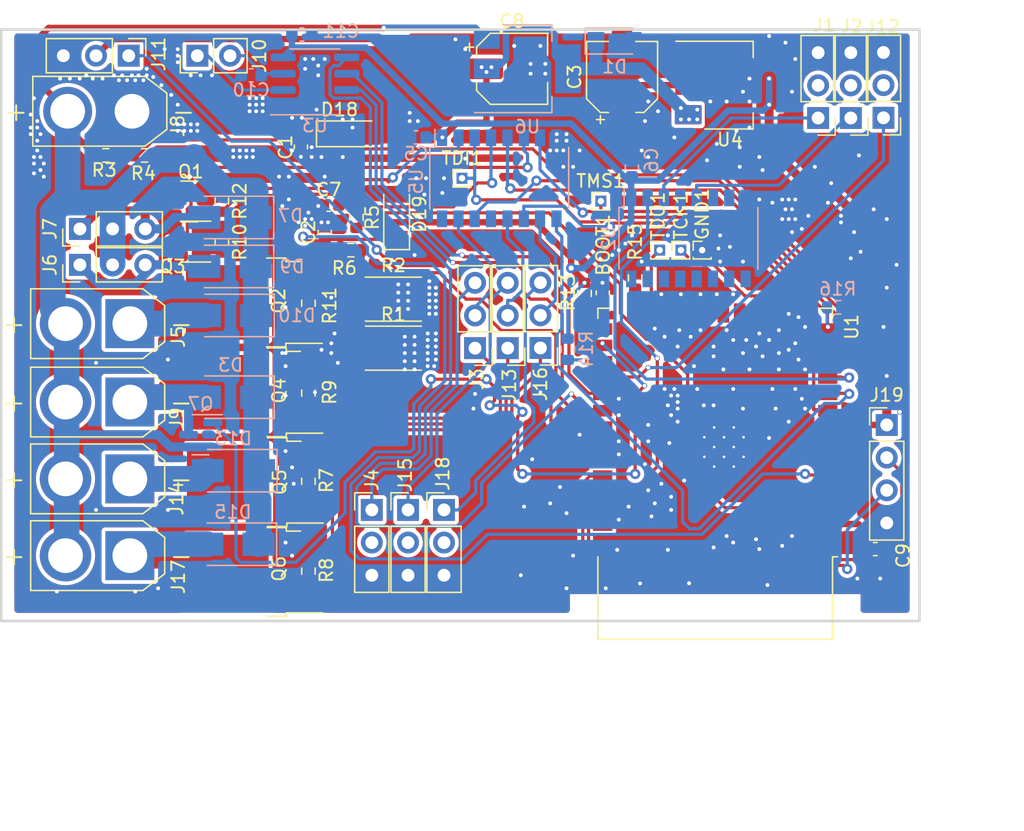
<source format=kicad_pcb>
(kicad_pcb (version 20211014) (generator pcbnew)
  (layers (0 "F.Cu" signal) (31 "B.Cu" signal) (34 "B.Paste" user) (35 "F.Paste" user) (36 "B.SilkS" user "B.Silkscreen") (37 "F.SilkS" user "F.Silkscreen") (38 "B.Mask" user) (39 "F.Mask" user) (44 "Edge.Cuts" user))
  (net 0 "")
  (net 1 "+5V")
  (net 2 "TCK")
  (net 5 "Net-(BOOT1-Pad1)")
  (net 7 "Net-(D7-Pad2)")
  (net 16 "GND")
  (net 18 "PPM_PWM_PUMP2_3.3")
  (net 19 "PPM_PWM_PUMP1_3.3")
  (net 20 "PWM_KERO_3.3")
  (net 21 "PWM_KEROSTART_3.3")
  (net 22 "PWM_GLOW_3.3")
  (net 23 "PPM_STARTER_3.3")
  (net 24 "PPM_GAZ_5V")
  (net 25 "AUX_5V")
  (net 26 "VDC")
  (net 27 "Net-(D9-Pad2)")
  (net 28 "PWM_GLOW")
  (net 29 "PWM_KEROSTART")
  (net 30 "PWM_KERO")
  (net 31 "PPM_PWM_PUMP1")
  (net 32 "PPM_PWM_PUMP2")
  (net 34 "Net-(D10-Pad2)")
  (net 36 "Net-(Q2-Pad3)")
  (net 37 "Net-(D13-Pad2)")
  (net 38 "+BATT")
  (net 39 "Net-(C10-Pad1)")
  (net 40 "Net-(C10-Pad2)")
  (net 43 "VBAT_ADC")
  (net 44 "GLOW_CURRENT")
  (net 45 "PPM_GAZ")
  (net 46 "AUX")
  (net 48 "CLK")
  (net 49 "MISO")
  (net 50 "CS")
  (net 51 "RPM")
  (net 52 "TX2")
  (net 54 "Net-(J19-Pad2)")
  (net 55 "Net-(D15-Pad2)")
  (net 56 "Net-(J3-Pad1)")
  (net 57 "PPM_PWM_STARTER")
  (net 58 "Net-(J13-Pad1)")
  (net 60 "Net-(J16-Pad1)")
  (net 62 "Net-(C7-Pad1)")
  (net 65 "Net-(R14-Pad1)")
  (net 66 "TDO")
  (net 67 "Net-(J19-Pad3)")
  (net 68 "MOSI")
  (net 69 "Net-(D3-Pad2)")
  (net 70 "BRAKE")
  (net 71 "3.3V")
  (net 72 "Net-(U1-Pad24)")
  (net 73 "Net-(J3-Pad3)")
  (net 74 "Net-(J13-Pad3)")
  (net 75 "Net-(J16-Pad3)")
  (footprint "Connector_PinHeader_1.00mm:PinHeader_1x01_P1.00mm_Vertical" (layer "F.Cu") (at 48.514 162.687)
    (fp_text reference "TDI1")
    (fp_text value "Conn_01x01_Male")
  )
  (footprint "Package_TO_SOT_SMD:TO-252-2" (layer "F.Cu") (at 32.429 186.31 180)
    (fp_text reference "Q5")
    (fp_text value "QM6006D")
  )
  (footprint "Package_TO_SOT_SMD:TO-252-2" (layer "F.Cu") (at 32.385 193.295 180)
    (fp_text reference "Q6")
    (fp_text value "QM6006D")
  )
  (footprint "Resistor_SMD:R_0603_1608Metric" (layer "F.Cu") (at 23.838 160.909)
    (fp_text reference "R4")
    (fp_text value "2.7K")
  )
  (footprint "Capacitor_SMD:C_0603_1608Metric" (layer "F.Cu") (at 37.846 166.878 90)
    (fp_text reference "C2")
    (fp_text value "10nF")
  )
  (footprint "Capacitor_SMD:C_0603_1608Metric" (layer "F.Cu") (at 59.4614 171.59 90)
    (fp_text reference "BOOT1")
    (fp_text value "BOOT")
  )
  (footprint "Capacitor_SMD:C_0603_1608Metric" (layer "F.Cu") (at 38.1632 164.7444 180)
    (fp_text reference "C7")
    (fp_text value "1µF")
  )
  (footprint "Connector_PinHeader_2.54mm:PinHeader_1x03_P2.54mm_Vertical" (layer "F.Cu") (at 54.61 175.88 180)
    (fp_text reference "J16")
    (fp_text value "PPM/PWM")
  )
  (footprint "Connector_PinHeader_2.54mm:PinHeader_1x04_P2.54mm_Vertical" (layer "F.Cu") (at 81.534 181.864)
    (fp_text reference "J19")
    (fp_text value "UART0")
  )
  (footprint "Resistor_SMD:R_0603_1608Metric" (layer "F.Cu") (at 20.828 160.909)
    (fp_text reference "R3")
    (fp_text value "10K")
  )
  (footprint "Resistor_SMD:R_0603_1608Metric" (layer "F.Cu") (at 36.576 172.402 90)
    (fp_text reference "R11")
    (fp_text value "R")
  )
  (footprint "Connector_PinHeader_2.54mm:PinHeader_1x03_P2.54mm_Vertical" (layer "F.Cu") (at 47.117 188.468)
    (fp_text reference "J18")
    (fp_text value "PUMP2")
  )
  (footprint "Connector_PinHeader_2.54mm:PinHeader_1x03_P2.54mm_Vertical" (layer "F.Cu") (at 18.811 166.624 90)
    (fp_text reference "J7")
    (fp_text value "VANNE KERO")
  )
  (footprint "Connector_PinHeader_2.54mm:PinHeader_1x03_P2.54mm_Vertical" (layer "F.Cu") (at 41.5036 188.468)
    (fp_text reference "J4")
    (fp_text value "STARTER")
  )
  (footprint "Connector_PinHeader_2.54mm:PinHeader_1x03_P2.54mm_Vertical" (layer "F.Cu") (at 44.323 188.468)
    (fp_text reference "J15")
    (fp_text value "PUMP1")
  )
  (footprint "Connector_PinHeader_2.54mm:PinHeader_1x02_P2.54mm_Vertical" (layer "F.Cu") (at 27.94 153.162 90)
    (fp_text reference "J10")
    (fp_text value "k")
  )
  (footprint "Resistor_SMD:R_0603_1608Metric" (layer "F.Cu") (at 36.576 186.245 90)
    (fp_text reference "R7")
    (fp_text value "R")
  )
  (footprint "Resistor_SMD:R_0603_1608Metric" (layer "F.Cu") (at 29.845 164.465 90)
    (fp_text reference "R12")
    (fp_text value "R")
  )
  (footprint "Connector_AMASS:AMASS_XT30U-F_1x02_P5.0mm_Vertical" (layer "F.Cu") (at 22.693 180.086 180)
    (fp_text reference "J9")
    (fp_text value "STARTER")
  )
  (footprint "Connector_PinHeader_1.00mm:PinHeader_1x01_P1.00mm_Vertical" (layer "F.Cu") (at 67.183 168.275)
    (fp_text reference "GND1")
    (fp_text value "Conn_01x01_Male")
  )
  (footprint "Package_TO_SOT_SMD:TO-252-2" (layer "F.Cu") (at 32.385 179.325 180)
    (fp_text reference "Q4")
    (fp_text value "QM6006D")
  )
  (footprint "Resistor_SMD:R_2512_6332Metric" (layer "F.Cu") (at 43.18 172.085)
    (fp_text reference "R2")
    (fp_text value "R020")
  )
  (footprint "Resistor_SMD:R_0603_1608Metric" (layer "F.Cu") (at 61.976 170.434 90)
    (fp_text reference "R15")
    (fp_text value "10K")
  )
  (footprint "Connector_PinHeader_2.54mm:PinHeader_1x03_P2.54mm_Vertical" (layer "F.Cu") (at 18.811 169.418 90)
    (fp_text reference "J6")
    (fp_text value "VANNE KEROSTART")
  )
  (footprint "Diode_SMD:D_MiniMELF" (layer "F.Cu") (at 39.751 159.2326)
    (fp_text reference "D18")
    (fp_text value "BZV55C3V3")
  )
  (footprint "Connector_PinHeader_1.00mm:PinHeader_1x01_P1.00mm_Vertical" (layer "F.Cu") (at 59.309 164.465)
    (fp_text reference "TMS1")
    (fp_text value "Conn_01x01_Male")
  )
  (footprint "Connector_PinHeader_1.00mm:PinHeader_1x01_P1.00mm_Vertical" (layer "F.Cu") (at 65.532 168.275)
    (fp_text reference "TCK1")
    (fp_text value "Conn_01x01_Male")
  )
  (footprint "Connector_PinHeader_2.54mm:PinHeader_1x03_P2.54mm_Vertical" (layer "F.Cu") (at 49.53 175.895 180)
    (fp_text reference "J3")
    (fp_text value "PPM/PWM")
  )
  (footprint "Package_TO_SOT_SMD:TO-252-2" (layer "F.Cu") (at 32.35 172.34 180)
    (fp_text reference "Q2")
    (fp_text value "QM6006D")
  )
  (footprint "Connector_AMASS:AMASS_XT30U-M_1x02_P5.0mm_Vertical" (layer "F.Cu") (at 22.86 157.48 180)
    (fp_text reference "J8")
    (fp_text value "BATTERY 2S/3S")
  )
  (footprint "Resistor_SMD:R_0603_1608Metric" (layer "F.Cu") (at 29.845 167.64 90)
    (fp_text reference "R10")
    (fp_text value "R")
  )
  (footprint "Diode_SMD:D_MiniMELF" (layer "F.Cu") (at 43.434 165.6842 90)
    (fp_text reference "D19")
    (fp_text value "BZV55C3V3")
  )
  (footprint "Resistor_SMD:R_2512_6332Metric" (layer "F.Cu") (at 43.18 175.895)
    (fp_text reference "R1")
    (fp_text value "R020")
  )
  (footprint "Resistor_SMD:R_0603_1608Metric" (layer "F.Cu") (at 39.878 168.275)
    (fp_text reference "R6")
    (fp_text value "10K")
  )
  (footprint "RF_Module:ESP32-WROOM-32" (layer "F.Cu") (at 68.199 182.671 180)
    (fp_text reference "U1")
    (fp_text value "ESP32-WROOM-32D")
  )
  (footprint "Package_TO_SOT_SMD:SOT-23" (layer "F.Cu") (at 27.305 164.465 180)
    (fp_text reference "Q1")
    (fp_text value "AO3400A")
  )
  (footprint "Package_TO_SOT_SMD:SOT-223-3_TabPin2" (layer "F.Cu") (at 69.24 155.448)
    (fp_text reference "U4")
    (fp_text value "AMS1117-3.3")
  )
  (footprint "Connector_PinHeader_2.54mm:PinHeader_1x03_P2.54mm_Vertical" (layer "F.Cu") (at 76.2 158.003 180)
    (fp_text reference "J1")
    (fp_text value "GAZ")
  )
  (footprint "Connector_AMASS:AMASS_XT30U-F_1x02_P5.0mm_Vertical" (layer "F.Cu") (at 22.693 192.024 180)
    (fp_text reference "J17")
    (fp_text value "PUMP2")
  )
  (footprint "Resistor_SMD:R_0603_1608Metric" (layer "F.Cu") (at 36.576 193.23 90)
    (fp_text reference "R8")
    (fp_text value "R")
  )
  (footprint "Capacitor_SMD:C_0603_1608Metric" (layer "F.Cu") (at 35.9918 160.2486 -90)
    (fp_text reference "C1")
    (fp_text value "1µF")
  )
  (footprint "Connector_AMASS:AMASS_XT30U-F_1x02_P5.0mm_Vertical" (layer "F.Cu") (at 22.693 173.99 180)
    (fp_text reference "J5")
    (fp_text value "GLOW")
  )
  (footprint "Connector_PinHeader_2.54mm:PinHeader_1x03_P2.54mm_Vertical" (layer "F.Cu") (at 81.28 157.988 180)
    (fp_text reference "J12")
    (fp_text value "S.PORT")
  )
  (footprint "Connector_PinHeader_2.54mm:PinHeader_1x03_P2.54mm_Vertical" (layer "F.Cu") (at 52.07 175.895 180)
    (fp_text reference "J13")
    (fp_text value "PPM/PWM")
  )
  (footprint "Capacitor_SMD:CP_Elec_5x3" (layer "F.Cu") (at 52.41 154.178)
    (fp_text reference "C8")
    (fp_text value "22µF")
  )
  (footprint "Resistor_SMD:R_0603_1608Metric" (layer "F.Cu") (at 58.039 171.64 -90)
    (fp_text reference "R13")
    (fp_text value "10K")
  )
  (footprint "Resistor_SMD:R_0603_1608Metric" (layer "F.Cu") (at 36.576 179.387 90)
    (fp_text reference "R9")
    (fp_text value "R")
  )
  (footprint "Resistor_SMD:R_0603_1608Metric" (layer "F.Cu") (at 40.305 165.7277 90)
    (fp_text reference "R5")
    (fp_text value "10K")
  )
  (footprint "Connector_PinHeader_2.54mm:PinHeader_1x03_P2.54mm_Vertical" (layer "F.Cu") (at 78.74 158.003 180)
    (fp_text reference "J2")
    (fp_text value "AUX")
  )
  (footprint "Connector_PinHeader_2.54mm:PinHeader_1x03_P2.54mm_Vertical" (layer "F.Cu") (at 22.606 153.162 -90)
    (fp_text reference "J11")
    (fp_text value "RPM")
  )
  (footprint "Capacitor_SMD:CP_Elec_5x3" (layer "F.Cu") (at 60.96 154.813 90)
    (fp_text reference "C3")
    (fp_text value "22µF")
  )
  (footprint "Capacitor_SMD:C_0603_1608Metric" (layer "F.Cu") (at 80.645 191.516)
    (fp_text reference "C9")
    (fp_text value "0.1µF")
  )
  (footprint "Connector_PinHeader_1.00mm:PinHeader_1x01_P1.00mm_Vertical" (layer "F.Cu") (at 63.881 168.275)
    (fp_text reference "TDO1")
    (fp_text value "Conn_01x01_Male")
  )
  (footprint "Package_TO_SOT_SMD:SOT-23" (layer "F.Cu") (at 27.305 167.64 180)
    (fp_text reference "Q3")
    (fp_text value "AO3400A")
  )
  (footprint "Connector_AMASS:AMASS_XT30U-F_1x02_P5.0mm_Vertical" (layer "F.Cu") (at 22.693 186.055 180)
    (fp_text reference "J14")
    (fp_text value "PUMP1")
  )
  (footprint "Diode_SMD:D_SMA" (layer "B.Cu") (at 30.48 169.545 180)
    (fp_text reference "D9")
    (fp_text value "D_Schottky")
  )
  (footprint "Diode_SMD:D_SMF" (layer "B.Cu") (at 60.378 152.019)
    (fp_text reference "D1")
    (fp_text value "SMF5V0A")
  )
  (footprint "Package_SO:SOIC-8_3.9x4.9mm_P1.27mm" (layer "B.Cu") (at 37.084 155.194)
    (fp_text reference "U3")
    (fp_text value "MAX31855KASA")
  )
  (footprint "Diode_SMD:D_SMA" (layer "B.Cu") (at 30.52 173.355 180)
    (fp_text reference "D10")
    (fp_text value "D_Schottky")
  )
  (footprint "Capacitor_SMD:C_0603_1608Metric" (layer "B.Cu") (at 44.945 159.512 180)
    (fp_text reference "C5")
    (fp_text value "0.1µF")
  )
  (footprint "Resistor_SMD:R_0603_1608Metric" (layer "B.Cu") (at 77.724 172.72 180)
    (fp_text reference "R16")
    (fp_text value "10K")
  )
  (footprint "Capacitor_SMD:C_0603_1608Metric" (layer "B.Cu") (at 61.722 161.798 90)
    (fp_text reference "C6")
    (fp_text value "0.1µF")
  )
  (footprint "Capacitor_SMD:C_0603_1608Metric" (layer "B.Cu") (at 32.131 154.686 180)
    (fp_text reference "C10")
    (fp_text value "0.1µF")
  )
  (footprint "Diode_SMD:D_SMA" (layer "B.Cu") (at 30.705 191.135 180)
    (fp_text reference "D15")
    (fp_text value "D_Schottky")
  )
  (footprint "Diode_SMD:D_SMA" (layer "B.Cu") (at 30.734 185.42 180)
    (fp_text reference "D13")
    (fp_text value "D_Schottky")
  )
  (footprint "Resistor_SMD:R_0603_1608Metric" (layer "B.Cu") (at 56.7436 175.9834 90)
    (fp_text reference "R14")
    (fp_text value "10K")
  )
  (footprint "Package_SO:SOP-16_4.4x10.4mm_P1.27mm" (layer "B.Cu") (at 66.1162 167.3606 -90)
    (fp_text reference "U2")
    (fp_text value "4050")
  )
  (footprint "Diode_SMD:D_SMA" (layer "B.Cu") (at 30.48 165.735 180)
    (fp_text reference "D7")
    (fp_text value "D_Schottky")
  )
  (footprint "Package_SO:SOP-16_4.4x10.4mm_P1.27mm" (layer "B.Cu") (at 51.4096 162.687 -90)
    (fp_text reference "U5")
    (fp_text value "4050")
  )
  (footprint "Package_TO_SOT_SMD:SOT-223-3_TabPin2" (layer "B.Cu") (at 53.594 154.178)
    (fp_text reference "U6")
    (fp_text value "AMS1117-5.0")
  )
  (footprint "Capacitor_SMD:C_0603_1608Metric" (layer "B.Cu") (at 36.068 151.511)
    (fp_text reference "C11")
    (fp_text value "0.1µF")
  )
  (footprint "Diode_SMD:D_SMA" (layer "B.Cu") (at 30.52 179.705 180)
    (fp_text reference "D3")
    (fp_text value "D_Schottky")
  )
  (footprint "Package_TO_SOT_SMD:SOT-23" (layer "B.Cu") (at 28.194 182.626 180)
    (fp_text reference "Q7")
    (fp_text value "AO3401A")
  )
  (gr_rect (start 65.151 157.099) (end 67.056 158.369) (layer "B.Cu") (width 0.2) (fill solid))
  (gr_rect (start 12.7 151.13) (end 84.074 197.104) (layer "Edge.Cuts") (width 0.2) (fill none))
  (segment (start 65.473 158.115) (end 65.532 158.115) (width 0.5) (layer "F.Cu") (net 1))
  (segment (start 46.99 159.512) (end 48.133 158.369) (width 0.5) (layer "F.Cu") (net 1))
  (segment (start 50.419 154.432) (end 50.419 158.369) (width 0.5) (layer "F.Cu") (net 1))
  (segment (start 48.133 158.369) (end 50.419 158.369) (width 0.5) (layer "F.Cu") (net 1))
  (segment (start 48.402 153.812) (end 47.498 152.908) (width 0.5) (layer "F.Cu") (net 1))
  (segment (start 21.3662 151.8618) (end 20.066 153.162) (width 0.5) (layer "F.Cu") (net 1))
  (segment (start 43.6578 151.8618) (end 21.3662 151.8618) (width 0.5) (layer "F.Cu") (net 1))
  (segment (start 44.704 152.908) (end 43.6578 151.8618) (width 0.5) (layer "F.Cu") (net 1))
  (segment (start 48.809 153.812) (end 48.402 153.812) (width 0.5) (layer "F.Cu") (net 1))
  (segment (start 47.498 152.908) (end 44.704 152.908) (width 0.5) (layer "F.Cu") (net 1))
  (via (at 50.419 154.432) (size 0.4) (drill 0.3) (layers "F.Cu" "B.Cu") (net 1))
  (via (at 46.99 159.512) (size 0.4) (drill 0.3) (layers "F.Cu" "B.Cu") (net 1))
  (via (at 65.532 158.115) (size 0.4) (drill 0.3) (layers "F.Cu" "B.Cu") (net 1))
  (via (at 66.802 157.353) (size 0.4) (drill 0.3) (layers "F.Cu" "B.Cu") (net 1))
  (via (at 50.8 154.051) (size 0.4) (drill 0.3) (layers "F.Cu" "B.Cu") (net 1))
  (via (at 50.038 154.051) (size 0.4) (drill 0.3) (layers "F.Cu" "B.Cu") (net 1))
  (via (at 66.167 158.115) (size 0.4) (drill 0.3) (layers "F.Cu" "B.Cu") (net 1))
  (via (at 65.532 157.226) (size 0.4) (drill 0.3) (layers "F.Cu" "B.Cu") (net 1))
  (via (at 66.802 158.115) (size 0.4) (drill 0.3) (layers "F.Cu" "B.Cu") (net 1))
  (segment (start 58.674 154.178) (end 59.436 154.178) (width 1) (layer "B.Cu") (net 1))
  (segment (start 51.943 152.766) (end 51.943 153.416) (width 0.5) (layer "B.Cu") (net 1))
  (segment (start 58.928 152.019) (end 58.903 152.019) (width 1) (layer "B.Cu") (net 1))
  (segment (start 62.484 154.178) (end 65.532 157.226) (width 1) (layer "B.Cu") (net 1))
  (segment (start 55.372 151.13) (end 52.197 151.13) (width 0.5) (layer "B.Cu") (net 1))
  (segment (start 45.72 159.512) (end 46.9346 159.512) (width 0.5) (layer "B.Cu") (net 1))
  (segment (start 55.738 151.496) (end 55.372 151.13) (width 0.5) (layer "B.Cu") (net 1))
  (segment (start 56.744 154.178) (end 58.674 154.178) (width 1) (layer "B.Cu") (net 1))
  (segment (start 58.928 153.924) (end 58.674 154.178) (width 1) (layer "B.Cu") (net 1))
  (segment (start 51.943 152.684239) (end 51.943 152.766) (width 0.5) (layer "B.Cu") (net 1))
  (segment (start 51.928 152.669239) (end 51.943 152.684239) (width 0.5) (layer "B.Cu") (net 1))
  (segment (start 65.532 157.226) (end 65.7225 157.4165) (width 1) (layer "B.Cu") (net 1))
  (segment (start 59.436 154.178) (end 62.484 154.178) (width 1) (layer "B.Cu") (net 1))
  (segment (start 46.9346 159.512) (end 46.9596 159.537) (width 0.5) (layer "B.Cu") (net 1))
  (segment (start 55.738 153.172) (end 55.738 151.496) (width 0.5) (layer "B.Cu") (net 1))
  (segment (start 51.928 151.399) (end 51.928 152.669239) (width 0.5) (layer "B.Cu") (net 1))
  (segment (start 56.744 154.178) (end 55.738 153.172) (width 0.5) (layer "B.Cu") (net 1))
  (segment (start 51.943 153.416) (end 51.435 153.924) (width 0.5) (layer "B.Cu") (net 1))
  (segment (start 52.197 151.13) (end 51.928 151.399) (width 0.5) (layer "B.Cu") (net 1))
  (segment (start 58.928 152.019) (end 58.928 153.924) (width 1) (layer "B.Cu") (net 1))
  (segment (start 72.39 171.831) (end 70.504537 171.831) (width 0.25) (layer "F.Cu") (net 2))
  (segment (start 67.825537 169.152) (end 66.409 169.152) (width 0.25) (layer "F.Cu") (net 2))
  (segment (start 72.6186 172.0596) (end 72.39 171.831) (width 0.25) (layer "F.Cu") (net 2))
  (segment (start 72.6186 173.0756) (end 72.6186 172.0596) (width 0.25) (layer "F.Cu") (net 2))
  (segment (start 70.504537 171.831) (end 67.825537 169.152) (width 0.25) (layer "F.Cu") (net 2))
  (segment (start 66.409 169.152) (end 65.659 168.402) (width 0.25) (layer "F.Cu") (net 2))
  (segment (start 58.3535 172.465) (end 58.3535 174.3256) (width 0.25) (layer "F.Cu") (net 5))
  (segment (start 58.039 172.465) (end 58.3535 172.465) (width 0.25) (layer "F.Cu") (net 5))
  (segment (start 59.3614 172.465) (end 59.4614 172.365) (width 0.25) (layer "F.Cu") (net 5))
  (segment (start 59.4286 174.3256) (end 58.3535 174.3256) (width 0.25) (layer "F.Cu") (net 5))
  (segment (start 58.3535 172.465) (end 59.3614 172.465) (width 0.25) (layer "F.Cu") (net 5))
  (segment (start 18.811 166.624) (end 20.2111 165.2239) (width 0.7) (layer "F.Cu") (net 7))
  (segment (start 23.891 166.624) (end 23.891 165.2239) (width 0.7) (layer "F.Cu") (net 7))
  (segment (start 20.2111 165.2239) (end 23.891 165.2239) (width 0.7) (layer "F.Cu") (net 7))
  (segment (start 24.6499 164.465) (end 26.3675 164.465) (width 0.7) (layer "F.Cu") (net 7))
  (segment (start 23.891 165.2239) (end 24.6499 164.465) (width 0.7) (layer "F.Cu") (net 7))
  (segment (start 23.891 166.624) (end 25.2911 166.624) (width 0.7) (layer "B.Cu") (net 7))
  (segment (start 26.1801 165.735) (end 25.2911 166.624) (width 0.7) (layer "B.Cu") (net 7))
  (segment (start 28.48 165.735) (end 26.1801 165.735) (width 0.7) (layer "B.Cu") (net 7))
  (via (at 55.88 160.528) (size 0.4) (drill 0.3) (layers "F.Cu" "B.Cu") (net 16))
  (via (at 74.93 166.624) (size 0.4) (drill 0.3) (layers "F.Cu" "B.Cu") (net 16))
  (via (at 74.422 175.514) (size 0.4) (drill 0.3) (layers "F.Cu" "B.Cu") (net 16))
  (via (at 74.168 166.878) (size 0.4) (drill 0.3) (layers "F.Cu" "B.Cu") (net 16))
  (via (at 43.561 172.212) (size 0.4) (drill 0.3) (layers "F.Cu" "B.Cu") (net 16))
  (via (at 30.734 160.528) (size 0.4) (drill 0.3) (layers "F.Cu" "B.Cu") (net 16))
  (via (at 45.847 177.292) (size 0.4) (drill 0.3) (layers "F.Cu" "B.Cu") (net 16))
  (via (at 64.77 179.578) (size 0.4) (drill 0.3) (layers "F.Cu" "B.Cu") (net 16))
  (via (at 71.882 176.53) (size 0.4) (drill 0.3) (layers "F.Cu" "B.Cu") (net 16))
  (via (at 44.831 175.006) (size 0.4) (drill 0.3) (layers "F.Cu" "B.Cu") (net 16))
  (via (at 44.831 176.911) (size 0.4) (drill 0.3) (layers "F.Cu" "B.Cu") (net 16))
  (via (at 16.002 162.56) (size 0.4) (drill 0.3) (layers "F.Cu" "B.Cu") (net 16))
  (via (at 72.39 182.88) (size 0.4) (drill 0.3) (layers "F.Cu" "B.Cu") (net 16))
  (via (at 33.02 156.464) (size 0.4) (drill 0.3) (layers "F.Cu" "B.Cu") (net 16))
  (via (at 44.45 158.242) (size 0.4) (drill 0.3) (layers "F.Cu" "B.Cu") (net 16))
  (via (at 43.561 171.577) (size 0.4) (drill 0.3) (layers "F.Cu" "B.Cu") (net 16))
  (via (at 67.818 156.718) (size 0.4) (drill 0.3) (layers "F.Cu" "B.Cu") (net 16))
  (via (at 38.354 171.958) (size 0.4) (drill 0.3) (layers "F.Cu" "B.Cu") (net 16))
  (via (at 46.355 177.292) (size 0.4) (drill 0.3) (layers "F.Cu" "B.Cu") (net 16))
  (via (at 64.516 191.5714) (size 0.4) (drill 0.3) (layers "F.Cu" "B.Cu") (net 16))
  (via (at 26.416 158.496) (size 0.4) (drill 0.3) (layers "F.Cu" "B.Cu") (net 16))
  (via (at 60.706 183.134) (size 0.4) (drill 0.3) (layers "F.Cu" "B.Cu") (net 16))
  (via (at 68.072 191.389) (size 0.4) (drill 0.3) (layers "F.Cu" "B.Cu") (net 16))
  (via (at 79.248 193.802) (size 0.4) (drill 0.3) (layers "F.Cu" "B.Cu") (net 16))
  (via (at 79.502 168.402) (size 0.4) (drill 0.3) (layers "F.Cu" "B.Cu") (net 16))
  (via (at 45.847 176.276) (size 0.4) (drill 0.3) (layers "F.Cu" "B.Cu") (net 16))
  (via (at 68.58 167.132) (size 0.4) (drill 0.3) (layers "F.Cu" "B.Cu") (net 16))
  (via (at 36.068 157.988) (size 0.4) (drill 0.3) (layers "F.Cu" "B.Cu") (net 16))
  (via (at 45.847 175.26) (size 0.4) (drill 0.3) (layers "F.Cu" "B.Cu") (net 16))
  (via (at 45.085 158.242) (size 0.4) (drill 0.3) (layers "F.Cu" "B.Cu") (net 16))
  (via (at 16.002 161.544) (size 0.4) (drill 0.3) (layers "F.Cu" "B.Cu") (net 16))
  (via (at 27.94 159.004) (size 0.4) (drill 0.3) (layers "F.Cu" "B.Cu") (net 16))
  (via (at 25.908 156.21) (size 0.4) (drill 0.3) (layers "F.Cu" "B.Cu") (net 16))
  (via (at 69.596 191.008) (size 0.4) (drill 0.3) (layers "F.Cu" "B.Cu") (net 16))
  (via (at 64.632033 183.271967) (size 0.4) (drill 0.3) (layers "F.Cu" "B.Cu") (net 16))
  (via (at 23.114 194.818) (size 0.4) (drill 0.3) (layers "F.Cu" "B.Cu") (net 16))
  (via (at 70.358 155.956) (size 0.4) (drill 0.3) (layers "F.Cu" "B.Cu") (net 16))
  (via (at 27.432 159.004) (size 0.4) (drill 0.3) (layers "F.Cu" "B.Cu") (net 16))
  (via (at 73.914 176.022) (size 0.4) (drill 0.3) (layers "F.Cu" "B.Cu") (net 16))
  (via (at 71.374 175.768) (size 0.4) (drill 0.3) (layers "F.Cu" "B.Cu") (net 16))
  (via (at 59.69 194.564) (size 0.4) (drill 0.3) (layers "F.Cu" "B.Cu") (net 16))
  (via (at 78.74 168.91) (size 0.4) (drill 0.3) (layers "F.Cu" "B.Cu") (net 16))
  (via (at 44.45 157.607) (size 0.4) (drill 0.3) (layers "F.Cu" "B.Cu") (net 16))
  (via (at 15.494 159.766) (size 0.4) (drill 0.3) (layers "F.Cu" "B.Cu") (net 16))
  (via (at 34.798 179.578) (size 0.4) (drill 0.3) (layers "F.Cu" "B.Cu") (net 16))
  (via (at 64.008 171.704) (size 0.4) (drill 0.3) (layers "F.Cu" "B.Cu") (net 16))
  (via (at 81.534 165.862) (size 0.4) (drill 0.3) (layers "F.Cu" "B.Cu") (net 16))
  (via (at 60.706 179.832) (size 0.4) (drill 0.3) (layers "F.Cu" "B.Cu") (net 16))
  (via (at 81.28 174.244) (size 0.4) (drill 0.3) (layers "F.Cu" "B.Cu") (net 16))
  (via (at 44.069 175.006) (size 0.4) (drill 0.3) (layers "F.Cu" "B.Cu") (net 16))
  (via (at 26.416 159.004) (size 0.4) (drill 0.3) (layers "F.Cu" "B.Cu") (net 16))
  (via (at 82.55 180.848) (size 0.4) (drill 0.3) (layers "F.Cu" "B.Cu") (net 16))
  (via (at 44.831 176.276) (size 0.4) (drill 0.3) (layers "F.Cu" "B.Cu") (net 16))
  (via (at 26.416 156.972) (size 0.4) (drill 0.3) (layers "F.Cu" "B.Cu") (net 16))
  (via (at 72.263 194.31) (size 0.4) (drill 0.3) (layers "F.Cu" "B.Cu") (net 16))
  (via (at 46.482 171.704) (size 0.4) (drill 0.3) (layers "F.Cu" "B.Cu") (net 16))
  (via (at 27.432 154.686) (size 0.4) (drill 0.3) (layers "F.Cu" "B.Cu") (net 16))
  (via (at 73.152 174.498) (size 0.4) (drill 0.3) (layers "F.Cu" "B.Cu") (net 16))
  (via (at 45.974 171.704) (size 0.4) (drill 0.3) (layers "F.Cu" "B.Cu") (net 16))
  (via (at 24.511 154.813) (size 0.4) (drill 0.3) (layers "F.Cu" "B.Cu") (net 16))
  (via (at 35.9918 161.0236) (size 0.4) (drill 0.3) (layers "F.Cu" "B.Cu") (net 16))
  (via (at 17.272 154.94) (size 0.4) (drill 0.3) (layers "F.Cu" "B.Cu") (net 16))
  (via (at 14.986 157.734) (size 0.4) (drill 0.3) (layers "F.Cu" "B.Cu") (net 16))
  (via (at 68.834 177.546) (size 0.4) (drill 0.3) (layers "F.Cu" "B.Cu") (net 16))
  (via (at 17.018 194.818) (size 0.4) (drill 0.3) (layers "F.Cu" "B.Cu") (net 16))
  (via (at 45.847 176.784) (size 0.4) (drill 0.3) (layers "F.Cu" "B.Cu") (net 16))
  (via (at 36.83 161.036) (size 0.4) (drill 0.3) (layers "F.Cu" "B.Cu") (net 16))
  (via (at 14.986 159.258) (size 0.4) (drill 0.3) (layers "F.Cu" "B.Cu") (net 16))
  (via (at 45.974 170.688) (size 0.4) (drill 0.3) (layers "F.Cu" "B.Cu") (net 16))
  (via (at 71.628 164.338) (size 0.4) (drill 0.3) (layers "F.Cu" "B.Cu") (net 16))
  (via (at 25.146 155.448) (size 0.4) (drill 0.3) (layers "F.Cu" "B.Cu") (net 16))
  (via (at 54.61 179.324) (size 0.4) (drill 0.3) (layers "F.Cu" "B.Cu") (net 16))
  (via (at 37.592 166.116) (size 0.4) (drill 0.3) (layers "F.Cu" "B.Cu") (net 16))
  (via (at 56.642 159.766) (size 0.4) (drill 0.3) (layers "F.Cu" "B.Cu") (net 16))
  (via (at 37.338 153.924) (size 0.4) (drill 0.3) (layers "F.Cu" "B.Cu") (net 16))
  (via (at 24.892 194.564) (size 0.4) (drill 0.3) (layers "F.Cu" "B.Cu") (net 16))
  (via (at 65.278 175.768) (size 0.4) (drill 0.3) (layers "F.Cu" "B.Cu") (net 16))
  (via (at 56.134 186.69) (size 0.4) (drill 0.3) (layers "F.Cu" "B.Cu") (net 16))
  (via (at 44.323 170.942) (size 0.4) (drill 0.3) (layers "F.Cu" "B.Cu") (net 16))
  (via (at 62.992 183.134) (size 0.4) (drill 0.3) (layers "F.Cu" "B.Cu") (net 16))
  (via (at 32.512 156.464) (size 0.4) (drill 0.3) (layers "F.Cu" "B.Cu") (net 16))
  (via (at 60.706 184.15) (size 0.4) (drill 0.3) (layers "F.Cu" "B.Cu") (net 16))
  (via (at 45.974 173.228) (size 0.4) (drill 0.3) (layers "F.Cu" "B.Cu") (net 16))
  (via (at 73.914 165.862) (size 0.4) (drill 0.3) (layers "F.Cu" "B.Cu") (net 16))
  (via (at 35.052 162.56) (size 0.4) (drill 0.3) (layers "F.Cu" "B.Cu") (net 16))
  (via (at 25.654 176.784) (size 0.4) (drill 0.3) (layers "F.Cu" "B.Cu") (net 16))
  (via (at 37.846 153.416) (size 0.4) (drill 0.3) (layers "F.Cu" "B.Cu") (net 16))
  (via (at 15.24 162.306) (size 0.4) (drill 0.3) (layers "F.Cu" "B.Cu") (net 16))
  (via (at 69.596 175.26) (size 0.4) (drill 0.3) (layers "F.Cu" "B.Cu") (net 16))
  (via (at 64.516 180.34) (size 0.4) (drill 0.3) (layers "F.Cu" "B.Cu") (net 16))
  (via (at 15.494 158.242) (size 0.4) (drill 0.3) (layers "F.Cu" "B.Cu") (net 16))
  (via (at 68.453 168.148) (size 0.4) (drill 0.3) (layers "F.Cu" "B.Cu") (net 16))
  (via (at 31.75 161.036) (size 0.4) (drill 0.3) (layers "F.Cu" "B.Cu") (net 16))
  (via (at 74.168 165.1) (size 0.4) (drill 0.3) (layers "F.Cu" "B.Cu") (net 16))
  (via (at 60.198 168.656) (size 0.4) (drill 0.3) (layers "F.Cu" "B.Cu") (net 16))
  (via (at 64.77 187.452) (size 0.4) (drill 0.3) (layers "F.Cu" "B.Cu") (net 16))
  (via (at 69.088 190.5) (size 0.4) (drill 0.3) (layers "F.Cu" "B.Cu") (net 16))
  (via (at 14.986 158.75) (size 0.4) (drill 0.3) (layers "F.Cu" "B.Cu") (net 16))
  (via (at 52.578 152.4) (size 0.4) (drill 0.3) (layers "F.Cu" "B.Cu") (net 16))
  (via (at 32.004 156.972) (size 0.4) (drill 0.3) (layers "F.Cu" "B.Cu") (net 16))
  (via (at 36.83 165.862) (size 0.4) (drill 0.3) (layers "F.Cu" "B.Cu") (net 16))
  (via (at 20.066 177.038) (size 0.4) (drill 0.3) (layers "F.Cu" "B.Cu") (net 16))
  (via (at 25.4 152.654) (size 0.4) (drill 0.3) (layers "F.Cu" "B.Cu") (net 16))
  (via (at 24.003 154.178) (size 0.4) (drill 0.3) (layers "F.Cu" "B.Cu") (net 16))
  (via (at 44.958 162.687) (size 0.4) (drill 0.3) (layers "F.Cu" "B.Cu") (net 16))
  (via (at 77.978 166.116) (size 0.4) (drill 0.3) (layers "F.Cu" "B.Cu") (net 16))
  (via (at 62.484 160.528) (size 0.4) (drill 0.3) (layers "F.Cu" "B.Cu") (net 16))
  (via (at 68.072 175.768) (size 0.4) (drill 0.3) (layers "F.Cu" "B.Cu") (net 16))
  (via (at 67.564 161.29) (size 0.4) (drill 0.3) (layers "F.Cu" "B.Cu") (net 16))
  (via (at 44.069 176.911) (size 0.4) (drill 0.3) (layers "F.Cu" "B.Cu") (net 16))
  (via (at 45.974 172.212) (size 0.4) (drill 0.3) (layers "F.Cu" "B.Cu") (net 16))
  (via (at 61.214 167.767) (size 0.4) (drill 0.3) (layers "F.Cu" "B.Cu") (net 16))
  (via (at 60.706 181.102) (size 0.4) (drill 0.3) (layers "F.Cu" "B.Cu") (net 16))
  (via (at 69.342 168.021) (size 0.4) (drill 0.3) (layers "F.Cu" "B.Cu") (net 16))
  (via (at 36.322 165.862) (size 0.4) (drill 0.3) (layers "F.Cu" "B.Cu") (net 16))
  (via (at 71.628 174.752) (size 0.4) (drill 0.3) (layers "F.Cu" "B.Cu") (net 16))
  (via (at 73.914 173.228) (size 0.4) (drill 0.3) (layers "F.Cu" "B.Cu") (net 16))
  (via (at 65.024 159.512) (size 0.4) (drill 0.3) (layers "F.Cu" "B.Cu") (net 16))
  (via (at 74.422 153.416) (size 0.4) (drill 0.3) (layers "F.Cu" "B.Cu") (net 16))
  (via (at 28.194 154.686) (size 0.4) (drill 0.3) (layers "F.Cu" "B.Cu") (net 16))
  (via (at 55.88 159.766) (size 0.4) (drill 0.3) (layers "F.Cu" "B.Cu") (net 16))
  (via (at 44.323 171.577) (size 0.4) (drill 0.3) (layers "F.Cu" "B.Cu") (net 16))
  (via (at 45.847 174.752) (size 0.4) (drill 0.3) (layers "F.Cu" "B.Cu") (net 16))
  (via (at 37.338 164.846) (size 0.4) (drill 0.3) (layers "F.Cu" "B.Cu") (net 16))
  (via (at 72.39 175.26) (size 0.4) (drill 0.3) (layers "F.Cu" "B.Cu") (net 16))
  (via (at 36.322 166.37) (size 0.4) (drill 0.3) (layers "F.Cu" "B.Cu") (net 16))
  (via (at 46.99 163.83) (size 0.4) (drill 0.3) (layers "F.Cu" "B.Cu") (net 16))
  (via (at 62.992 181.864) (size 0.4) (drill 0.3) (layers "F.Cu" "B.Cu") (net 16))
  (via (at 22.86 154.686) (size 0.4) (drill 0.3) (layers "F.Cu" "B.Cu") (net 16))
  (via (at 35.306 160.528) (size 0.4) (drill 0.3) (layers "F.Cu" "B.Cu") (net 16))
  (via (at 34.798 176.276) (size 0.4) (drill 0.3) (layers "F.Cu" "B.Cu") (net 16))
  (via (at 23.368 154.686) (size 0.4) (drill 0.3) (layers "F.Cu" "B.Cu") (net 16))
  (via (at 15.24 161.036) (size 0.4) (drill 0.3) (layers "F.Cu" "B.Cu") (net 16))
  (via (at 75.184 174.244) (size 0.4) (drill 0.3) (layers "F.Cu" "B.Cu") (net 16))
  (via (at 15.24 161.544) (size 0.4) (drill 0.3) (layers "F.Cu" "B.Cu") (net 16))
  (via (at 65.405 174.498) (size 0.4) (drill 0.3) (layers "F.Cu" "B.Cu") (net 16))
  (via (at 64.516 167.132) (size 0.4) (drill 0.3) (layers "F.Cu" "B.Cu") (net 16))
  (via (at 32.004 156.464) (size 0.4) (drill 0.3) (layers "F.Cu" "B.Cu") (net 16))
  (via (at 71.374 190.754) (size 0.4) (drill 0.3) (layers "F.Cu" "B.Cu") (net 16))
  (via (at 71.628 191.516) (size 0.4) (drill 0.3) (layers "F.Cu" "B.Cu") (net 16))
  (via (at 36.83 160.274) (size 0.4) (drill 0.3) (layers "F.Cu" "B.Cu") (net 16))
  (via (at 38.354 176.276) (size 0.4) (drill 0.3) (layers "F.Cu" "B.Cu") (net 16))
  (via (at 46.482 176.784) (size 0.4) (drill 0.3) (layers "F.Cu" "B.Cu") (net 16))
  (via (at 68.58 169.164) (size 0.4) (drill 0.3) (layers "F.Cu" "B.Cu") (net 16))
  (via (at 69.088 156.718) (size 0.4) (drill 0.3) (layers "F.Cu" "B.Cu") (net 16))
  (via (at 70.358 169.164) (size 0.4) (drill 0.3) (layers "F.Cu" "B.Cu") (net 16))
  (via (at 56.388 160.528) (size 0.4) (drill 0.3) (layers "F.Cu" "B.Cu") (net 16))
  (via (at 20.574 154.94) (size 0.4) (drill 0.3) (layers "F.Cu" "B.Cu") (net 16))
  (via (at 75.946 161.798) (size 0.4) (drill 0.3) (layers "F.Cu" "B.Cu") (net 16))
  (via (at 46.482 171.196) (size 0.4) (drill 0.3) (layers "F.Cu" "B.Cu") (net 16))
  (via (at 63.5 187.96) (size 0.4) (drill 0.3) (layers "F.Cu" "B.Cu") (net 16))
  (via (at 26.416 152.654) (size 0.4) (drill 0.3) (layers "F.Cu" "B.Cu") (net 16))
  (via (at 74.422 179.07) (size 0.4) (drill 0.3) (layers "F.Cu" "B.Cu") (net 16))
  (via (at 67.056 171.704) (size 0.4) (drill 0.3) (layers "F.Cu" "B.Cu") (net 16))
  (via (at 70.358 180.594) (size 0.4) (drill 0.3) (layers "F.Cu" "B.Cu") (net 16))
  (via (at 70.104 161.798) (size 0.4) (drill 0.3) (layers "F.Cu" "B.Cu") (net 16))
  (via (at 65.278 181.61) (size 0.4) (drill 0.3) (layers "F.Cu" "B.Cu") (net 16))
  (via (at 70.866 156.718) (size 0.4) (drill 0.3) (layers "F.Cu" "B.Cu") (net 16))
  (via (at 62.992 186.944) (size 0.4) (drill 0.3) (layers "F.Cu" "B.Cu") (net 16))
  (via (at 31.75 160.528) (size 0.4) (drill 0.3) (layers "F.Cu" "B.Cu") (net 16))
  (via (at 62.484 169.164) (size 0.4) (drill 0.3) (layers "F.Cu" "B.Cu") (net 16))
  (via (at 34.544 176.276) (size 0.4) (drill 0.3) (layers "F.Cu" "B.Cu") (net 16))
  (via (at 39.243 158.115) (size 0.4) (drill 0.3) (layers "F.Cu" "B.Cu") (net 16))
  (via (at 45.593 163.957) (size 0.4) (drill 0.3) (layers "F.Cu" "B.Cu") (net 16))
  (via (at 44.069 177.546) (size 0.4) (drill 0.3) (layers "F.Cu" "B.Cu") (net 16))
  (via (at 45.974 171.196) (size 0.4) (drill 0.3) (layers "F.Cu" "B.Cu") (net 16))
  (via (at 69.85 159.004) (size 0.4) (drill 0.3) (layers "F.Cu" "B.Cu") (net 16))
  (via (at 38.354 175.514) (size 0.4) (drill 0.3) (layers "F.Cu" "B.Cu") (net 16))
  (via (at 69.596 171.704) (size 0.4) (drill 0.3) (layers "F.Cu" "B.Cu") (net 16))
  (via (at 73.914 181.61) (size 0.4) (drill 0.3) (layers "F.Cu" "B.Cu") (net 16))
  (via (at 73.406 165.862) (size 0.4) (drill 0.3) (layers "F.Cu" "B.Cu") (net 16))
  (via (at 30.734 161.036) (size 0.4) (drill 0.3) (layers "F.Cu" "B.Cu") (net 16))
  (via (at 64.262 175.006) (size 0.4) (drill 0.3) (layers "F.Cu" "B.Cu") (net 16))
  (via (at 62.357 194.183) (size 0.4) (drill 0.3) (layers "F.Cu" "B.Cu") (net 16))
  (via (at 60.706 168.275) (size 0.4) (drill 0.3) (layers "F.Cu" "B.Cu") (net 16))
  (via (at 15.748 161.036) (size 0.4) (drill 0.3) (layers "F.Cu" "B.Cu") (net 16))
  (via (at 19.812 154.94) (size 0.4) (drill 0.3) (layers "F.Cu" "B.Cu") (net 16))
  (via (at 39.243 161.036) (size 0.4) (drill 0.3) (layers "F.Cu" "B.Cu") (net 16))
  (via (at 45.72 162.687) (size 0.4) (drill 0.3) (layers "F.Cu" "B.Cu") (net 16))
  (via (at 32.004 157.48) (size 0.4) (drill 0.3) (layers "F.Cu" "B.Cu") (net 16))
  (via (at 78.994 166.878) (size 0.4) (drill 0.3) (layers "F.Cu" "B.Cu") (net 16))
  (via (at 66.294 175.006) (size 0.4) (drill 0.3) (layers "F.Cu" "B.Cu") (net 16))
  (via (at 46.482 172.212) (size 0.4) (drill 0.3) (layers "F.Cu" "B.Cu") (net 16))
  (via (at 53.086 193.548) (size 0.4) (drill 0.3) (layers "F.Cu" "B.Cu") (net 16))
  (via (at 74.676 176.784) (size 0.4) (drill 0.3) (layers "F.Cu" "B.Cu") (net 16))
  (via (at 54.61 152.4) (size 0.4) (drill 0.3) (layers "F.Cu" "B.Cu") (net 16))
  (via (at 34.798 177.292) (size 0.4) (drill 0.3) (layers "F.Cu" "B.Cu") (net 16))
  (via (at 72.644 179.07) (size 0.4) (drill 0.3) (layers "F.Cu" "B.Cu") (net 16))
  (via (at 44.069 176.276) (size 0.4) (drill 0.3) (layers "F.Cu" "B.Cu") (net 16))
  (via (at 27.94 158.496) (size 0.4) (drill 0.3) (layers "F.Cu" "B.Cu") (net 16))
  (via (at 70.358 176.276) (size 0.4) (drill 0.3) (layers "F.Cu" "B.Cu") (net 16))
  (via (at 75.184 177.546) (size 0.4) (drill 0.3) (layers "F.Cu" "B.Cu") (net 16))
  (via (at 25.654 188.468) (size 0.4) (drill 0.3) (layers "F.Cu" "B.Cu") (net 16))
  (via (at 36.576 165.354) (size 0.4) (drill 0.3) (layers "F.Cu" "B.Cu") (net 16))
  (via (at 65.786 186.182) (size 0.4) (drill 0.3) (layers "F.Cu" "B.Cu") (net 16))
  (via (at 72.644 164.592) (size 0.4) (drill 0.3) (layers "F.Cu" "B.Cu") (net 16))
  (via (at 64.77 181.102) (size 0.4) (drill 0.3) (layers "F.Cu" "B.Cu") (net 16))
  (via (at 22.479 155.067) (size 0.4) (drill 0.3) (layers "F.Cu" "B.Cu") (net 16))
  (via (at 45.974 172.72) (size 0.4) (drill 0.3) (layers "F.Cu" "B.Cu") (net 16))
  (via (at 65.278 179.578) (size 0.4) (drill 0.3) (layers "F.Cu" "B.Cu") (net 16))
  (via (at 59.436 170.815) (size 0.4) (drill 0.3) (layers "F.Cu" "B.Cu") (net 16))
  (via (at 53.34 188.214) (size 0.4) (drill 0.3) (layers "F.Cu" "B.Cu") (net 16))
  (via (at 71.882 162.052) (size 0.4) (drill 0.3) (layers "F.Cu" "B.Cu") (net 16))
  (via (at 60.706 189.23) (size 0.4) (drill 0.3) (layers "F.Cu" "B.Cu") (net 16))
  (via (at 34.798 191.008) (size 0.4) (drill 0.3) (layers "F.Cu" "B.Cu") (net 16))
  (via (at 37.211 157.353) (size 0.4) (drill 0.3) (layers "F.Cu" "B.Cu") (net 16))
  (via (at 40.005 158.75) (size 0.4) (drill 0.3) (layers "F.Cu" "B.Cu") (net 16))
  (via (at 70.104 160.274) (size 0.4) (drill 0.3) (layers "F.Cu" "B.Cu") (net 16))
  (via (at 74.168 190.5) (size 0.4) (drill 0.3) (layers "F.Cu" "B.Cu") (net 16))
  (via (at 70.866 154.94) (size 0.4) (drill 0.3) (layers "F.Cu" "B.Cu") (net 16))
  (via (at 53.975 184.531) (size 0.4) (drill 0.3) (layers "F.Cu" "B.Cu") (net 16))
  (via (at 34.798 172.72) (size 0.4) (drill 0.3) (layers "F.Cu" "B.Cu") (net 16))
  (via (at 44.069 175.641) (size 0.4) (drill 0.3) (layers "F.Cu" "B.Cu") (net 16))
  (via (at 48.768 161.163) (size 0.4) (drill 0.3) (layers "F.Cu" "B.Cu") (net 16))
  (via (at 53.848 154.559) (size 0.4) (drill 0.3) (layers "F.Cu" "B.Cu") (net 16))
  (via (at 74.93 179.832) (size 0.4) (drill 0.3) (layers "F.Cu" "B.Cu") (net 16))
  (via (at 43.561 170.942) (size 0.4) (drill 0.3) (layers "F.Cu" "B.Cu") (net 16))
  (via (at 63.5 174.371) (size 0.4) (drill 0.3) (layers "F.Cu" "B.Cu") (net 16))
  (via (at 36.322 153.416) (size 0.4) (drill 0.3) (layers "F.Cu" "B.Cu") (net 16))
  (via (at 77.216 163.068) (size 0.4) (drill 0.3) (layers "F.Cu" "B.Cu") (net 16))
  (via (at 56.642 188.722) (size 0.4) (drill 0.3) (layers "F.Cu" "B.Cu") (net 16))
  (via (at 74.422 164.338) (size 0.4) (drill 0.3) (layers "F.Cu" "B.Cu") (net 16))
  (via (at 73.152 176.276) (size 0.4) (drill 0.3) (layers "F.Cu" "B.Cu") (net 16))
  (via (at 35.814 166.116) (size 0.4) (drill 0.3) (layers "F.Cu" "B.Cu") (net 16))
  (via (at 68.326 160.02) (size 0.4) (drill 0.3) (layers "F.Cu" "B.Cu") (net 16))
  (via (at 18.034 154.94) (size 0.4) (drill 0.3) (layers "F.Cu" "B.Cu") (net 16))
  (via (at 57.15 161.798) (size 0.4) (drill 0.3) (layers "F.Cu" "B.Cu") (net 16))
  (via (at 62.992 161.036) (size 0.4) (drill 0.3) (layers "F.Cu" "B.Cu") (net 16))
  (via (at 21.844 155.067) (size 0.4) (drill 0.3) (layers "F.Cu" "B.Cu") (net 16))
  (via (at 74.676 173.482) (size 0.4) (drill 0.3) (layers "F.Cu" "B.Cu") (net 16))
  (via (at 15.24 156.464) (size 0.4) (drill 0.3) (layers "F.Cu" "B.Cu") (net 16))
  (via (at 67.31 180.34) (size 0.4) (drill 0.3) (layers "F.Cu" "B.Cu") (net 16))
  (via (at 62.738 184.912) (size 0.4) (drill 0.3) (layers "F.Cu" "B.Cu") (net 16))
  (via (at 22.098 154.686) (size 0.4) (drill 0.3) (layers "F.Cu" "B.Cu") (net 16))
  (via (at 73.66 152.146) (size 0.4) (drill 0.3) (layers "F.Cu" "B.Cu") (net 16))
  (via (at 38.862 177.038) (size 0.4) (drill 0.3) (layers "F.Cu" "B.Cu") (net 16))
  (via (at 38.608 174.752) (size 0.4) (drill 0.3) (layers "F.Cu" "B.Cu") (net 16))
  (via (at 37.846 162.56) (size 0.4) (drill 0.3) (layers "F.Cu" "B.Cu") (net 16))
  (via (at 27.432 158.496) (size 0.4) (drill 0.3) (layers "F.Cu" "B.Cu") (net 16))
  (via (at 46.482 175.26) (size 0.4) (drill 0.3) (layers "F.Cu" "B.Cu") (net 16))
  (via (at 32.258 161.036) (size 0.4) (drill 0.3) (layers "F.Cu" "B.Cu") (net 16))
  (via (at 23.749 155.067) (size 0.4) (drill 0.3) (layers "F.Cu" "B.Cu") (net 16))
  (via (at 32.512 157.48) (size 0.4) (drill 0.3) (layers "F.Cu" "B.Cu") (net 16))
  (via (at 15.748 162.052) (size 0.4) (drill 0.3) (layers "F.Cu" "B.Cu") (net 16))
  (via (at 35.306 157.988) (size 0.4) (drill 0.3) (layers "F.Cu" "B.Cu") (net 16))
  (via (at 65.532 171.704) (size 0.4) (drill 0.3) (layers "F.Cu" "B.Cu") (net 16))
  (via (at 81.534 171.196) (size 0.4) (drill 0.3) (layers "F.Cu" "B.Cu") (net 16))
  (via (at 20.066 188.468) (size 0.4) (drill 0.3) (layers "F.Cu" "B.Cu") (net 16))
  (via (at 67.056 174.498) (size 0.4) (drill 0.3) (layers "F.Cu" "B.Cu") (net 16))
  (via (at 32.258 160.528) (size 0.4) (drill 0.3) (layers "F.Cu" "B.Cu") (net 16))
  (via (at 57.658 160.528) (size 0.4) (drill 0.3) (layers "F.Cu" "B.Cu") (net 16))
  (via (at 31.242 160.528) (size 0.4) (drill 0.3) (layers "F.Cu" "B.Cu") (net 16))
  (via (at 70.866 158.75) (size 0.4) (drill 0.3) (layers "F.Cu" "B.Cu") (net 16))
  (via (at 35.052 164.338) (size 0.4) (drill 0.3) (layers "F.Cu" "B.Cu") (net 16))
  (via (at 57.658 182.626) (size 0.4) (drill 0.3) (layers "F.Cu" "B.Cu") (net 16))
  (via (at 72.39 151.638) (size 0.4) (drill 0.3) (layers "F.Cu" "B.Cu") (net 16))
  (via (at 82.296 169.418) (size 0.4) (drill 0.3) (layers "F.Cu" "B.Cu") (net 16))
  (via (at 65.278 180.594) (size 0.4) (drill 0.3) (layers "F.Cu" "B.Cu") (net 16))
  (via (at 66.548 177.292) (size 0.4) (drill 0.3) (layers "F.Cu" "B.Cu") (net 16))
  (via (at 37.084 179.324) (size 0.4) (drill 0.3) (layers "F.Cu" "B.Cu") (net 16))
  (via (at 35.306 192.024) (size 0.4) (drill 0.3) (layers "F.Cu" "B.Cu") (net 16))
  (via (at 37.592 176.022) (size 0.4) (drill 0.3) (layers "F.Cu" "B.Cu") (net 16))
  (via (at 40.005 158.115) (size 0.4) (drill 0.3) (layers "F.Cu" "B.Cu") (net 16))
  (via (at 79.375 160.909) (size 0.4) (drill 0.3) (layers "F.Cu" "B.Cu") (net 16))
  (via (at 47.117 162.687) (size 0.4) (drill 0.3) (layers "F.Cu" "B.Cu") (net 16))
  (via (at 74.422 165.862) (size 0.4) (drill 0.3) (layers "F.Cu" "B.Cu") (net 16))
  (via (at 35.433 186.436) (size 0.4) (drill 0.3) (layers "F.Cu" "B.Cu") (net 16))
  (via (at 55.372 160.528) (size 0.4) (drill 0.3) (layers "F.Cu" "B.Cu") (net 16))
  (via (at 80.518 165.1) (size 0.4) (drill 0.3) (layers "F.Cu" "B.Cu") (net 16))
  (via (at 73.406 164.338) (size 0.4) (drill 0.3) (layers "F.Cu" "B.Cu") (net 16))
  (via (at 73.914 164.338) (size 0.4) (drill 0.3) (layers "F.Cu" "B.Cu") (net 16))
  (via (at 61.722 167.132) (size 0.4) (drill 0.3) (layers "F.Cu" "B.Cu") (net 16))
  (via (at 43.561 172.847) (size 0.4) (drill 0.3) (layers "F.Cu" "B.Cu") (net 16))
  (via (at 46.482 174.752) (size 0.4) (drill 0.3) (layers "F.Cu" "B.Cu") (net 16))
  (via (at 76.962 164.592) (size 0.4) (drill 0.3) (layers "F.Cu" "B.Cu") (net 16))
  (via (at 55.88 159.258) (size 0.4) (drill 0.3) (layers "F.Cu" "B.Cu") (net 16))
  (via (at 37.338 154.686) (size 0.4) (drill 0.3) (layers "F.Cu" "B.Cu") (net 16))
  (via (at 68.326 171.704) (size 0.4) (drill 0.3) (layers "F.Cu" "B.Cu") (net 16))
  (via (at 46.482 176.276) (size 0.4) (drill 0.3) (layers "F.Cu" "B.Cu") (net 16))
  (via (at 70.612 175.26) (size 0.4) (drill 0.3) (layers "F.Cu" "B.Cu") (net 16))
  (via (at 18.796 154.94) (size 0.4) (drill 0.3) (layers "F.Cu" "B.Cu") (net 16))
  (via (at 23.114 155.067) (size 0.4) (drill 0.3) (layers "F.Cu" "B.Cu") (net 16))
  (via (at 33.02 157.48) (size 0.4) (drill 0.3) (layers "F.Cu" "B.Cu") (net 16))
  (via (at 69.596 179.07) (size 0.4) (drill 0.3) (layers "F.Cu" "B.Cu") (net 16))
  (via (at 44.831 177.546) (size 0.4) (drill 0.3) (layers "F.Cu" "B.Cu") (net 16))
  (via (at 81.534 178.054) (size 0.4) (drill 0.3) (layers "F.Cu" "B.Cu") (net 16))
  (via (at 54.991 154.559) (size 0.4) (drill 0.3) (layers "F.Cu" "B.Cu") (net 16))
  (via (at 77.978 165.608) (size 0.4) (drill 0.3) (layers "F.Cu" "B.Cu") (net 16))
  (via (at 54.991 153.797) (size 0.4) (drill 0.3) (layers "F.Cu" "B.Cu") (net 16))
  (via (at 66.167 194.169705) (size 0.4) (drill 0.3) (layers "F.Cu" "B.Cu") (net 16))
  (via (at 31.242 161.036) (size 0.4) (drill 0.3) (layers "F.Cu" "B.Cu") (net 16))
  (via (at 49.403 180.594) (size 0.4) (drill 0.3) (layers "F.Cu" "B.Cu") (net 16))
  (via (at 60.579 191.5714) (size 0.4) (drill 0.3) (layers "F.Cu" "B.Cu") (net 16))
  (via (at 15.748 159.258) (size 0.4) (drill 0.3) (layers "F.Cu" "B.Cu") (net 16))
  (via (at 53.848 153.797) (size 0.4) (drill 0.3) (layers "F.Cu" "B.Cu") (net 16))
  (via (at 19.304 154.686) (size 0.4) (drill 0.3) (layers "F.Cu" "B.Cu") (net 16))
  (via (at 75.184 180.594) (size 0.4) (drill 0.3) (layers "F.Cu" "B.Cu") (net 16))
  (via (at 61.468 188.214) (size 0.4) (drill 0.3) (layers "F.Cu" "B.Cu") (net 16))
  (via (at 36.322 154.178) (size 0.4) (drill 0.3) (layers "F.Cu" "B.Cu") (net 16))
  (via (at 34.798 183.896) (size 0.4) (drill 0.3) (layers "F.Cu" "B.Cu") (net 16))
  (via (at 56.642 194.564) (size 0.4) (drill 0.3) (layers "F.Cu" "B.Cu") (net 16))
  (via (at 68.072 176.53) (size 0.4) (drill 0.3) (layers "F.Cu" "B.Cu") (net 16))
  (via (at 72.898 180.594) (size 0.4) (drill 0.3) (layers "F.Cu" "B.Cu") (net 16))
  (via (at 64.262 179.07) (size 0.4) (drill 0.3) (layers "F.Cu" "B.Cu") (net 16))
  (via (at 69.088 174.498) (size 0.4) (drill 0.3) (layers "F.Cu" "B.Cu") (net 16))
  (via (at 64.77 188.468) (size 0.4) (drill 0.3) (layers "F.Cu" "B.Cu") (net 16))
  (via (at 32.512 156.972) (size 0.4) (drill 0.3) (layers "F.Cu" "B.Cu") (net 16))
  (via (at 81.026 193.802) (size 0.4) (drill 0.3) (layers "F.Cu" "B.Cu") (net 16))
  (via (at 44.323 172.847) (size 0.4) (drill 0.3) (layers "F.Cu" "B.Cu") (net 16))
  (via (at 68.072 180.34) (size 0.4) (drill 0.3) (layers "F.Cu" "B.Cu") (net 16))
  (via (at 73.66 165.1) (size 0.4) (drill 0.3) (layers "F.Cu" "B.Cu") (net 16))
  (via (at 38.1 166.116) (size 0.4) (drill 0.3) (layers "F.Cu" "B.Cu") (net 16))
  (via (at 26.924 158.496) (size 0.4) (drill 0.3) (layers "F.Cu" "B.Cu") (net 16))
  (via (at 57.15 192.024) (size 0.4) (drill 0.3) (layers "F.Cu" "B.Cu") (net 16))
  (via (at 64.008 186.436) (size 0.4) (drill 0.3) (layers "F.Cu" "B.Cu") (net 16))
  (via (at 26.416 153.67) (size 0.4) (drill 0.3) (layers "F.Cu" "B.Cu") (net 16))
  (via (at 71.628 161.036) (size 0.4) (drill 0.3) (layers "F.Cu" "B.Cu") (net 16))
  (via (at 63.246 188.976) (size 0.4) (drill 0.3) (layers "F.Cu" "B.Cu") (net 16))
  (via (at 35.306 185.166) (size 0.4) (drill 0.3) (layers "F.Cu" "B.Cu") (net 16))
  (via (at 26.924 159.004) (size 0.4) (drill 0.3) (layers "F.Cu" "B.Cu") (net 16))
  (via (at 56.642 159.258) (size 0.4) (drill 0.3) (layers "F.Cu" "B.Cu") (net 16))
  (via (at 48.768 152.654) (size 0.4) (drill 0.3) (layers "F.Cu" "B.Cu") (net 16))
  (via (at 74.168 155.956) (size 0.4) (drill 0.3) (layers "F.Cu" "B.Cu") (net 16))
  (via (at 55.372 187.96) (size 0.4) (drill 0.3) (layers "F.Cu" "B.Cu") (net 16))
  (via (at 65.024 179.07) (size 0.4) (drill 0.3) (layers "F.Cu" "B.Cu") (net 16))
  (via (at 44.831 175.641) (size 0.4) (drill 0.3) (layers "F.Cu" "B.Cu") (net 16))
  (via (at 73.406 191.262) (size 0.4) (drill 0.3) (layers "F.Cu" "B.Cu") (net 16))
  (via (at 29.083 154.686) (size 0.4) (drill 0.3) (layers "F.Cu" "B.Cu") (net 16))
  (via (at 24.003 154.686) (size 0.4) (drill 0.3) (layers "F.Cu" "B.Cu") (net 16))
  (via (at 62.992 156.718) (size 0.4) (drill 0.3) (layers "F.Cu" "B.Cu") (net 16))
  (via (at 56.388 161.798) (size 0.4) (drill 0.3) (layers "F.Cu" "B.Cu") (net 16))
  (via (at 44.831 168.656) (size 0.4) (drill 0.3) (layers "F.Cu" "B.Cu") (net 16))
  (via (at 26.416 153.162) (size 0.4) (drill 0.3) (layers "F.Cu" "B.Cu") (net 16))
  (via (at 44.323 172.212) (size 0.4) (drill 0.3) (layers "F.Cu" "B.Cu") (net 16))
  (via (at 36.957 153.416) (size 0.4) (drill 0.3) (layers "F.Cu" "B.Cu") (net 16))
  (via (at 75.438 165.608) (size 0.4) (drill 0.3) (layers "F.Cu" "B.Cu") (net 16))
  (via (at 49.53 179.451) (size 0.4) (drill 0.3) (layers "F.Cu" "B.Cu") (net 16))
  (via (at 70.866 177.546) (size 0.4) (drill 0.3) (layers "F.Cu" "B.Cu") (net 16))
  (via (at 33.02 156.9466) (size 0.4) (drill 0.3) (layers "F.Cu" "B.Cu") (net 16))
  (via (at 65.278 180.086) (size 0.4) (drill 0.3) (layers "F.Cu" "B.Cu") (net 16))
  (via (at 48.006 151.892) (size 0.4) (drill 0.3) (layers "F.Cu" "B.Cu") (net 16))
  (via (at 37.592 161.036) (size 0.4) (drill 0.3) (layers "F.Cu" "B.Cu") (net 16))
  (via (at 15.494 160.528) (size 0.4) (drill 0.3) (layers "F.Cu" "B.Cu") (net 16))
  (via (at 21.463 154.686) (size 0.4) (drill 0.3) (layers "F.Cu" "B.Cu") (net 16))
  (via (at 62.738 158.242) (size 0.4) (drill 0.3) (layers "F.Cu" "B.Cu") (net 16))
  (via (at 63.754 157.48) (size 0.4) (drill 0.3) (layers "F.Cu" "B.Cu") (net 16))
  (via (at 34.544 164.846) (size 0.4) (drill 0.3) (layers "F.Cu" "B.Cu") (net 16))
  (via (at 46.482 175.768) (size 0.4) (drill 0.3) (layers "F.Cu" "B.Cu") (net 16))
  (via (at 46.482 173.228) (size 0.4) (drill 0.3) (layers "F.Cu" "B.Cu") (net 16))
  (via (at 34.29 162.56) (size 0.4) (drill 0.3) (layers "F.Cu" "B.Cu") (net 16))
  (via (at 45.847 175.768) (size 0.4) (drill 0.3) (layers "F.Cu" "B.Cu") (net 16))
  (via (at 15.494 158.75) (size 0.4) (drill 0.3) (layers "F.Cu" "B.Cu") (net 16))
  (via (at 66.802 179.07) (size 0.4) (drill 0.3) (layers "F.Cu" "B.Cu") (net 16))
  (via (at 73.152 177.546) (size 0.4) (drill 0.3) (layers "F.Cu" "B.Cu") (net 16))
  (via (at 46.482 172.72) (size 0.4) (drill 0.3) (layers "F.Cu" "B.Cu") (net 16))
  (segment (start 78.613 179.451) (end 78.5676 179.4056) (width 0.25) (layer "F.Cu") (net 18))
  (segment (start 78.5676 179.4056) (end 76.9286 179.4056) (width 0.25) (layer "F.Cu") (net 18))
  (via (at 78.613 179.451) (size 0.8) (drill 0.4) (layers "F.Cu" "B.Cu") (net 18))
  (segment (start 55.9152 174.7528) (end 56.2745 174.3935) (width 0.25) (layer "B.Cu") (net 18))
  (segment (start 77.8731 180.1909) (end 76.6985 180.1909) (width 0.25) (layer "B.Cu") (net 18))
  (segment (start 66.2024 189.9236) (end 65.6611 189.3823) (width 0.25) (layer "B.Cu") (net 18))
  (segment (start 55.8596 166.8121) (end 55.8596 165.837) (width 0.25) (layer "B.Cu") (net 18))
  (segment (start 66.9658 189.9236) (end 66.2024 189.9236) (width 0.25) (layer "B.Cu") (net 18))
  (segment (start 78.613 179.451) (end 77.8731 180.1909) (width 0.25) (layer "B.Cu") (net 18))
  (segment (start 55.9152 177.2225) (end 55.9152 174.7528) (width 0.25) (layer "B.Cu") (net 18))
  (segment (start 65.6611 186.9684) (end 55.9152 177.2225) (width 0.25) (layer "B.Cu") (net 18))
  (segment (start 56.2745 174.3935) (end 56.2745 167.227) (width 0.25) (layer "B.Cu") (net 18))
  (segment (start 76.6985 180.1909) (end 66.9658 189.9236) (width 0.25) (layer "B.Cu") (net 18))
  (segment (start 56.2745 167.227) (end 55.8596 166.8121) (width 0.25) (layer "B.Cu") (net 18))
  (segment (start 65.6611 189.3823) (end 65.6611 186.9684) (width 0.25) (layer "B.Cu") (net 18))
  (segment (start 60.2947 166.1699) (end 69.223108 166.1699) (width 0.25) (layer "F.Cu") (net 19))
  (segment (start 75.8535 172.800292) (end 75.8535 180.6756) (width 0.25) (layer "F.Cu") (net 19))
  (segment (start 60.0196 166.445) (end 60.2947 166.1699) (width 0.25) (layer "F.Cu") (net 19))
  (segment (start 75.8535 180.6756) (end 76.9286 180.6756) (width 0.25) (layer "F.Cu") (net 19))
  (segment (start 69.223108 166.1699) (end 75.8535 172.800292) (width 0.25) (layer "F.Cu") (net 19))
  (via (at 60.0196 166.445) (size 0.8) (drill 0.4) (layers "F.Cu" "B.Cu") (net 19))
  (segment (start 53.3196 164.8619) (end 56.4605 164.8619) (width 0.25) (layer "B.Cu") (net 19))
  (segment (start 56.6881 165.0895) (end 56.6881 165.2266) (width 0.25) (layer "B.Cu") (net 19))
  (segment (start 56.6881 165.2266) (end 57.9065 166.445) (width 0.25) (layer "B.Cu") (net 19))
  (segment (start 57.9065 166.445) (end 60.0196 166.445) (width 0.25) (layer "B.Cu") (net 19))
  (segment (start 53.3196 165.837) (end 53.3196 164.8619) (width 0.25) (layer "B.Cu") (net 19))
  (segment (start 56.4605 164.8619) (end 56.6881 165.0895) (width 0.25) (layer "B.Cu") (net 19))
  (segment (start 76.9286 173.238996) (end 69.409504 165.7199) (width 0.25) (layer "F.Cu") (net 20))
  (segment (start 59.3572 166.082) (end 57.6053 166.082) (width 0.25) (layer "F.Cu") (net 20))
  (segment (start 69.409504 165.7199) (end 59.7193 165.7199) (width 0.25) (layer "F.Cu") (net 20))
  (segment (start 59.7193 165.7199) (end 59.3572 166.082) (width 0.25) (layer "F.Cu") (net 20))
  (segment (start 57.6053 166.082) (end 55.8885 164.3652) (width 0.25) (layer "F.Cu") (net 20))
  (segment (start 55.8885 164.3652) (end 49.6191 164.3652) (width 0.25) (layer "F.Cu") (net 20))
  (segment (start 76.9286 174.3256) (end 76.9286 173.238996) (width 0.25) (layer "F.Cu") (net 20))
  (via (at 49.6191 164.3652) (size 0.8) (drill 0.4) (layers "F.Cu" "B.Cu") (net 20))
  (via (at 76.962 174.244) (size 0.4) (drill 0.3) (layers "F.Cu" "B.Cu") (net 20))
  (segment (start 76.899 172.72) (end 76.899 174.181) (width 0.25) (layer "B.Cu") (net 20))
  (segment (start 76.899 174.181) (end 76.962 174.244) (width 0.25) (layer "B.Cu") (net 20))
  (segment (start 49.4996 159.537) (end 49.4996 162.5904) (width 0.25) (layer "B.Cu") (net 20))
  (segment (start 49.4996 164.2457) (end 49.6191 164.3652) (width 0.25) (layer "B.Cu") (net 20))
  (segment (start 48.387 162.687) (end 49.403 162.687) (width 0.25) (layer "B.Cu") (net 20))
  (segment (start 49.4996 162.5904) (end 49.4996 164.2457) (width 0.25) (layer "B.Cu") (net 20))
  (segment (start 49.403 162.687) (end 49.4996 162.5904) (width 0.25) (layer "B.Cu") (net 20))
  (segment (start 59.309 164.338) (end 59.309 165.227) (width 0.25) (layer "F.Cu") (net 21))
  (segment (start 59.2662 165.2698) (end 57.9925 165.2698) (width 0.25) (layer "F.Cu") (net 21))
  (segment (start 78.0037 175.5956) (end 78.0037 173.6777) (width 0.25) (layer "F.Cu") (net 21))
  (segment (start 57.9925 165.2698) (end 57.9055 165.3568) (width 0.25) (layer "F.Cu") (net 21))
  (segment (start 78.0037 173.6777) (end 69.5958 165.2698) (width 0.25) (layer "F.Cu") (net 21))
  (segment (start 76.9286 175.5956) (end 78.0037 175.5956) (width 0.25) (layer "F.Cu") (net 21))
  (segment (start 69.5958 165.2698) (end 59.2662 165.2698) (width 0.25) (layer "F.Cu") (net 21))
  (segment (start 59.309 165.227) (end 59.2662 165.2698) (width 0.25) (layer "F.Cu") (net 21))
  (via (at 57.9055 165.3568) (size 0.8) (drill 0.4) (layers "F.Cu" "B.Cu") (net 21))
  (segment (start 57.9055 165.3568) (end 54.5796 162.0309) (width 0.25) (layer "B.Cu") (net 21))
  (segment (start 54.5796 162.0309) (end 54.5796 159.537) (width 0.25) (layer "B.Cu") (net 21))
  (segment (start 68.5888 163.6041) (end 78.465 173.4803) (width 0.25) (layer "F.Cu") (net 22))
  (segment (start 78.465 173.4803) (end 78.465 176.4043) (width 0.25) (layer "F.Cu") (net 22))
  (segment (start 52.389 163.6041) (end 68.5888 163.6041) (width 0.25) (layer "F.Cu") (net 22))
  (segment (start 52.2667 163.4818) (end 52.389 163.6041) (width 0.25) (layer "F.Cu") (net 22))
  (segment (start 76.9286 176.8656) (end 78.0037 176.8656) (width 0.25) (layer "F.Cu") (net 22))
  (segment (start 78.465 176.4043) (end 78.0037 176.8656) (width 0.25) (layer "F.Cu") (net 22))
  (via (at 52.2667 163.4818) (size 0.8) (drill 0.4) (layers "F.Cu" "B.Cu") (net 22))
  (segment (start 52.0496 163.2647) (end 52.0496 159.537) (width 0.25) (layer "B.Cu") (net 22))
  (segment (start 52.2667 163.4818) (end 52.0496 163.2647) (width 0.25) (layer "B.Cu") (net 22))
  (segment (start 76.9286 181.9456) (end 78.0037 181.9456) (width 0.25) (layer "F.Cu") (net 23))
  (segment (start 68.5152 162.879) (end 54.3027 162.879) (width 0.25) (layer "F.Cu") (net 23))
  (segment (start 78.0037 181.9456) (end 79.6575 180.2918) (width 0.25) (layer "F.Cu") (net 23))
  (segment (start 79.6575 180.2918) (end 79.6575 174.0213) (width 0.25) (layer "F.Cu") (net 23))
  (segment (start 79.6575 174.0213) (end 68.5152 162.879) (width 0.25) (layer "F.Cu") (net 23))
  (via (at 54.3027 162.879) (size 0.8) (drill 0.4) (layers "F.Cu" "B.Cu") (net 23))
  (segment (start 52.6492 164.5325) (end 50.4915 164.5325) (width 0.25) (layer "B.Cu") (net 23))
  (segment (start 54.3027 162.879) (end 52.6492 164.5325) (width 0.25) (layer "B.Cu") (net 23))
  (segment (start 50.4915 164.5325) (end 49.4996 165.5244) (width 0.25) (layer "B.Cu") (net 23))
  (segment (start 49.4996 165.5244) (end 49.4996 165.837) (width 0.25) (layer "B.Cu") (net 23))
  (segment (start 64.2062 164.2106) (end 64.2062 163.2355) (width 0.25) (layer "B.Cu") (net 24))
  (segment (start 69.4387 158.003) (end 76.2 158.003) (width 0.25) (layer "B.Cu") (net 24))
  (segment (start 64.2062 163.2355) (end 69.4387 158.003) (width 0.25) (layer "B.Cu") (net 24))
  (segment (start 66.7562 163.2355) (end 66.7562 164.2106) (width 0.25) (layer "B.Cu") (net 25))
  (segment (start 73.1403 163.2355) (end 66.7562 163.2355) (width 0.25) (layer "B.Cu") (net 25))
  (segment (start 78.3728 158.003) (end 73.1403 163.2355) (width 0.25) (layer "B.Cu") (net 25))
  (segment (start 78.74 158.003) (end 78.3728 158.003) (width 0.25) (layer "B.Cu") (net 25))
  (segment (start 23.891 169.418) (end 25.2911 169.418) (width 0.7) (layer "F.Cu") (net 27))
  (segment (start 25.2911 168.7164) (end 25.2911 169.418) (width 0.7) (layer "F.Cu") (net 27))
  (segment (start 26.3675 167.64) (end 25.2911 168.7164) (width 0.7) (layer "F.Cu") (net 27))
  (segment (start 23.1392 170.8699) (end 20.2629 170.8699) (width 0.7) (layer "B.Cu") (net 27))
  (segment (start 20.2629 170.8699) (end 18.811 169.418) (width 0.7) (layer "B.Cu") (net 27))
  (segment (start 28.48 169.545) (end 25.4181 169.545) (width 0.7) (layer "B.Cu") (net 27))
  (segment (start 25.4181 169.545) (end 25.2911 169.418) (width 0.7) (layer "B.Cu") (net 27))
  (segment (start 24.5911 169.418) (end 23.1392 170.8699) (width 0.7) (layer "B.Cu") (net 27))
  (segment (start 24.5911 169.418) (end 25.2911 169.418) (width 0.7) (layer "B.Cu") (net 27))
  (segment (start 23.891 169.418) (end 24.5911 169.418) (width 0.7) (layer "B.Cu") (net 27))
  (segment (start 35.0702 165.7499) (end 36.8929 163.9272) (width 0.25) (layer "F.Cu") (net 28))
  (segment (start 36.576 173.291) (end 35.0702 171.7852) (width 0.25) (layer "F.Cu") (net 28))
  (segment (start 36.8929 163.9272) (end 40.588 163.9272) (width 0.25) (layer "F.Cu") (net 28))
  (segment (start 40.588 163.9272) (end 41.5702 164.9094) (width 0.25) (layer "F.Cu") (net 28))
  (segment (start 47.8497 164.9094) (end 49.7054 163.0537) (width 0.25) (layer "F.Cu") (net 28))
  (segment (start 36.576 174.594) (end 36.55 174.62) (width 0.25) (layer "F.Cu") (net 28))
  (segment (start 36.576 173.291) (end 36.576 174.594) (width 0.25) (layer "F.Cu") (net 28))
  (segment (start 41.5702 164.9094) (end 47.8497 164.9094) (width 0.25) (layer "F.Cu") (net 28))
  (segment (start 35.0702 171.7852) (end 35.0702 165.7499) (width 0.25) (layer "F.Cu") (net 28))
  (segment (start 49.7054 163.0537) (end 50.855 163.0537) (width 0.25) (layer "F.Cu") (net 28))
  (via (at 50.855 163.0537) (size 0.8) (drill 0.4) (layers "F.Cu" "B.Cu") (net 28))
  (segment (start 50.855 163.0537) (end 50.7696 162.9683) (width 0.25) (layer "B.Cu") (net 28))
  (segment (start 50.7696 162.9683) (end 50.7696 159.537) (width 0.25) (layer "B.Cu") (net 28))
  (segment (start 27.1674 165.0776) (end 27.1674 167.0274) (width 0.25) (layer "F.Cu") (net 29))
  (segment (start 27.4477 164.7973) (end 27.1674 165.0776) (width 0.25) (layer "F.Cu") (net 29))
  (segment (start 29.845 168.465) (end 28.311 168.465) (width 0.25) (layer "F.Cu") (net 29))
  (segment (start 28.5004 161.8415) (end 27.1164 163.2255) (width 0.25) (layer "F.Cu") (net 29))
  (segment (start 27.4477 164.1327) (end 27.4477 164.7973) (width 0.25) (layer "F.Cu") (net 29))
  (segment (start 53.6103 161.8415) (end 28.5004 161.8415) (width 0.25) (layer "F.Cu") (net 29))
  (segment (start 28.311 168.171) (end 28.311 168.465) (width 0.25) (layer "F.Cu") (net 29))
  (segment (start 27.1164 163.2255) (end 27.1164 163.8014) (width 0.25) (layer "F.Cu") (net 29))
  (segment (start 27.1674 167.0274) (end 28.311 168.171) (width 0.25) (layer "F.Cu") (net 29))
  (segment (start 27.1164 163.8014) (end 27.4477 164.1327) (width 0.25) (layer "F.Cu") (net 29))
  (segment (start 28.311 168.465) (end 28.311 168.5215) (width 0.25) (layer "F.Cu") (net 29))
  (segment (start 28.311 168.5215) (end 28.2425 168.59) (width 0.25) (layer "F.Cu") (net 29))
  (via (at 53.6103 161.8415) (size 0.8) (drill 0.4) (layers "F.Cu" "B.Cu") (net 29))
  (segment (start 53.6103 160.8028) (end 53.6103 161.8415) (width 0.25) (layer "B.Cu") (net 29))
  (segment (start 53.3196 159.537) (end 53.3196 160.5121) (width 0.25) (layer "B.Cu") (net 29))
  (segment (start 53.3196 160.5121) (end 53.6103 160.8028) (width 0.25) (layer "B.Cu") (net 29))
  (segment (start 39.996337 163.4772) (end 31.6578 163.4772) (width 0.25) (layer "F.Cu") (net 30))
  (segment (start 31.6578 163.4772) (end 29.845 165.29) (width 0.25) (layer "F.Cu") (net 30))
  (segment (start 40.676537 162.797) (end 39.996337 163.4772) (width 0.25) (layer "F.Cu") (net 30))
  (segment (start 29.72 165.415) (end 29.845 165.29) (width 0.25) (layer "F.Cu") (net 30))
  (segment (start 42.8087 162.9592) (end 42.6465 162.797) (width 0.25) (layer "F.Cu") (net 30))
  (segment (start 43.1426 162.6253) (end 42.8087 162.9592) (width 0.25) (layer "F.Cu") (net 30))
  (segment (start 28.2425 165.415) (end 29.72 165.415) (width 0.25) (layer "F.Cu") (net 30))
  (segment (start 42.6465 162.797) (end 40.676537 162.797) (width 0.25) (layer "F.Cu") (net 30))
  (via (at 43.1426 162.6253) (size 0.8) (drill 0.4) (layers "F.Cu" "B.Cu") (net 30))
  (segment (start 45.2558 160.5121) (end 43.1426 162.6253) (width 0.25) (layer "B.Cu") (net 30))
  (segment (start 48.2396 159.537) (end 48.2396 160.5121) (width 0.25) (layer "B.Cu") (net 30))
  (segment (start 48.2396 160.5121) (end 45.2558 160.5121) (width 0.25) (layer "B.Cu") (net 30))
  (segment (start 53.2474 168.5064) (end 53.2474 171.3677) (width 0.25) (layer "B.Cu") (net 31))
  (segment (start 53.2474 171.3677) (end 52.4352 172.1799) (width 0.25) (layer "B.Cu") (net 31))
  (segment (start 52.07 173.355) (end 52.07 172.1799) (width 0.25) (layer "B.Cu") (net 31))
  (segment (start 52.4352 172.1799) (end 52.07 172.1799) (width 0.25) (layer "B.Cu") (net 31))
  (segment (start 52.0496 165.837) (end 52.0496 167.3086) (width 0.25) (layer "B.Cu") (net 31))
  (segment (start 52.0496 167.3086) (end 53.2474 168.5064) (width 0.25) (layer "B.Cu") (net 31))
  (segment (start 55.7868 172.1632) (end 54.61 173.34) (width 0.25) (layer "B.Cu") (net 32))
  (segment (start 54.5796 165.837) (end 54.5796 167.5483) (width 0.25) (layer "B.Cu") (net 32))
  (segment (start 54.5796 167.5483) (end 55.7868 168.7555) (width 0.25) (layer "B.Cu") (net 32))
  (segment (start 55.7868 168.7555) (end 55.7868 172.1632) (width 0.25) (layer "B.Cu") (net 32))
  (segment (start 24.1999 173.99) (end 22.78 173.99) (width 2) (layer "F.Cu") (net 34))
  (segment (start 25.8499 172.34) (end 24.1999 173.99) (width 2) (layer "F.Cu") (net 34))
  (segment (start 30.25 172.34) (end 25.8499 172.34) (width 2) (layer "F.Cu") (net 34))
  (segment (start 26.0699 173.8002) (end 25.8801 173.99) (width 2) (layer "B.Cu") (net 34))
  (segment (start 22.78 173.99) (end 25.8801 173.99) (width 2) (layer "B.Cu") (net 34))
  (segment (start 26.0699 173.355) (end 26.0699 173.8002) (width 2) (layer "B.Cu") (net 34))
  (segment (start 28.52 173.355) (end 26.0699 173.355) (width 2) (layer "B.Cu") (net 34))
  (segment (start 38.728 170.06) (end 38.982 170.06) (width 2) (layer "F.Cu") (net 36))
  (segment (start 40.2175 171.1105) (end 40.2175 171.6185) (width 2) (layer "F.Cu") (net 36))
  (segment (start 40.2175 171.8725) (end 40.2175 172.085) (width 2) (layer "F.Cu") (net 36))
  (segment (start 40.2175 172.8885) (end 40.2175 172.085) (width 2) (layer "F.Cu") (net 36))
  (segment (start 40.2175 170.2655) (end 40.2175 170.3485) (width 2) (layer "F.Cu") (net 36))
  (segment (start 38.982 170.06) (end 39.49 170.06) (width 2) (layer "F.Cu") (net 36))
  (segment (start 40.2175 175.895) (end 40.2175 172.8885) (width 2) (layer "F.Cu") (net 36))
  (segment (start 36.55 170.06) (end 37.204 170.06) (width 2) (layer "F.Cu") (net 36))
  (segment (start 37.966 170.06) (end 38.22 170.06) (width 2) (layer "F.Cu") (net 36))
  (segment (start 40.703 169.369) (end 40.393 169.679) (width 0.5) (layer "F.Cu") (net 36))
  (segment (start 40.393 169.679) (end 40.012 170.06) (width 0.5) (layer "F.Cu") (net 36))
  (segment (start 40.2175 170.3485) (end 40.2175 171.1105) (width 2) (layer "F.Cu") (net 36))
  (segment (start 40.2175 171.6185) (end 40.2175 171.8725) (width 2) (layer "F.Cu") (net 36))
  (segment (start 40.012 170.06) (end 40.2175 170.2655) (width 2) (layer "F.Cu") (net 36))
  (segment (start 37.204 170.06) (end 37.458 170.06) (width 2) (layer "F.Cu") (net 36))
  (segment (start 38.22 170.06) (end 38.728 170.06) (width 2) (layer "F.Cu") (net 36))
  (segment (start 40.703 168.148) (end 40.703 169.369) (width 0.5) (layer "F.Cu") (net 36))
  (segment (start 37.458 170.06) (end 37.966 170.06) (width 2) (layer "F.Cu") (net 36))
  (segment (start 39.49 170.06) (end 40.012 170.06) (width 2) (layer "F.Cu") (net 36))
  (segment (start 29.87 186.055) (end 30.25 185.675) (width 2) (layer "F.Cu") (net 37))
  (segment (start 22.78 185.42) (end 23.415 186.055) (width 2) (layer "F.Cu") (net 37))
  (segment (start 23.415 186.055) (end 29.87 186.055) (width 2) (layer "F.Cu") (net 37))
  (segment (start 28.099 186.055) (end 23.415 186.055) (width 2) (layer "B.Cu") (net 37))
  (segment (start 28.734 185.42) (end 28.099 186.055) (width 2) (layer "B.Cu") (net 37))
  (segment (start 23.415 186.055) (end 22.78 185.42) (width 2) (layer "B.Cu") (net 37))
  (segment (start 42.418 151.003) (end 16.383 151.003) (width 0.5) (layer "F.Cu") (net 38))
  (segment (start 16.383 151.003) (end 15.367 152.019) (width 0.5) (layer "F.Cu") (net 38))
  (segment (start 17.86 158.766) (end 20.003 160.909) (width 0.5) (layer "F.Cu") (net 38))
  (segment (start 17.86 157.48) (end 17.86 158.766) (width 0.5) (layer "F.Cu") (net 38))
  (segment (start 15.367 152.019) (end 15.367 154.987) (width 0.5) (layer "F.Cu") (net 38))
  (segment (start 42.433 150.988) (end 42.418 151.003) (width 0.5) (layer "F.Cu") (net 38))
  (segment (start 15.367 154.987) (end 17.86 157.48) (width 0.5) (layer "F.Cu") (net 38))
  (via (at 42.433 150.988) (size 0.4) (drill 0.3) (layers "F.Cu" "B.Cu") (net 38))
  (segment (start 32.48 163.6349) (end 30.0602 163.6349) (width 2) (layer "B.Cu") (net 38))
  (segment (start 25.836 183.576) (end 24.886 182.626) (width 0.7) (layer "B.Cu") (net 38))
  (segment (start 27.686 161.036) (end 27.686 161.2607) (width 2) (layer "B.Cu") (net 38))
  (segment (start 32.48 169.545) (end 32.48 171.6451) (width 2) (layer "B.Cu") (net 38))
  (segment (start 17.78 173.99) (end 17.78 179.705) (width 2) (layer "B.Cu") (net 38))
  (segment (start 16.7127 172.9227) (end 16.7127 165.2909) (width 2) (layer "B.Cu") (net 38))
  (segment (start 17.78 179.705) (end 17.78 182.626) (width 2) (layer "B.Cu") (net 38))
  (segment (start 24.6642 161.2607) (end 21.351 164.5739) (width 2) (layer "B.Cu") (net 38))
  (segment (start 32.52 185.42) (end 32.52 187.5201) (width 2) (layer "B.Cu") (net 38))
  (segment (start 49.554 150.988) (end 50.444 151.878) (width 0.5) (layer "B.Cu") (net 38))
  (segment (start 32.52 179.705) (end 32.52 185.42) (width 2) (layer "B.Cu") (net 38))
  (segment (start 42.433 150.988) (end 49.554 150.988) (width 0.5) (layer "B.Cu") (net 38))
  (segment (start 32.52 177.554) (end 32.52 179.705) (width 2) (layer "B.Cu") (net 38))
  (segment (start 17.86 164.5739) (end 17.86 157.48) (width 2) (layer "B.Cu") (net 38))
  (segment (start 17.78 173.99) (end 16.7127 172.9227) (width 2) (layer "B.Cu") (net 38))
  (segment (start 27.686 161.2607) (end 24.6642 161.2607) (width 2) (layer "B.Cu") (net 38))
  (segment (start 17.78 182.626) (end 17.78 185.42) (width 2) (layer "B.Cu") (net 38))
  (segment (start 21.351 166.624) (end 21.351 164.5739) (width 2) (layer "B.Cu") (net 38))
  (segment (start 29.1315 183.576) (end 25.836 183.576) (width 0.7) (layer "B.Cu") (net 38))
  (segment (start 24.886 182.626) (end 17.78 182.626) (width 0.7) (layer "B.Cu") (net 38))
  (segment (start 32.38 177.414) (end 32.52 177.554) (width 1) (layer "B.Cu") (net 38))
  (segment (start 17.78 191.135) (end 17.78 185.42) (width 2) (layer "B.Cu") (net 38))
  (segment (start 17.86 164.5739) (end 21.351 164.5739) (width 2) (layer "B.Cu") (net 38))
  (segment (start 32.52 187.5201) (end 32.705 187.7051) (width 2) (layer "B.Cu") (net 38))
  (segment (start 32.705 187.7051) (end 32.705 191.135) (width 2) (layer "B.Cu") (net 38))
  (segment (start 21.351 169.3197) (end 21.351 169.418) (width 1.6998) (layer "B.Cu") (net 38))
  (segment (start 32.52 171.6851) (end 32.48 171.6451) (width 2) (layer "B.Cu") (net 38))
  (segment (start 17.4297 164.5739) (end 17.86 164.5739) (width 2) (layer "B.Cu") (net 38))
  (segment (start 16.7127 165.2909) (end 17.4297 164.5739) (width 2) (layer "B.Cu") (net 38))
  (segment (start 32.48 165.735) (end 32.48 163.6349) (width 2) (layer "B.Cu") (net 38))
  (segment (start 32.52 173.355) (end 32.52 171.6851) (width 2) (layer "B.Cu") (net 38))
  (segment (start 32.52 173.355) (end 32.52 177.554) (width 2) (layer "B.Cu") (net 38))
  (segment (start 30.0602 163.6349) (end 27.686 161.2607) (width 2) (layer "B.Cu") (net 38))
  (segment (start 32.48 169.545) (end 32.48 165.735) (width 2) (layer "B.Cu") (net 38))
  (segment (start 21.351 169.3197) (end 21.351 166.624) (width 2) (layer "B.Cu") (net 38))
  (segment (start 33.0521 154.559) (end 31.6551 153.162) (width 0.25) (layer "B.Cu") (net 39))
  (segment (start 30.48 153.162) (end 31.6551 153.162) (width 0.25) (layer "B.Cu") (net 39))
  (segment (start 34.609 154.559) (end 33.0521 154.559) (width 0.25) (layer "B.Cu") (net 39))
  (segment (start 28.7479 153.162) (end 31.07445 155.48855) (width 0.25) (layer "B.Cu") (net 40))
  (segment (start 31.356 154.686) (end 31.242 154.686) (width 0.25) (layer "B.Cu") (net 40))
  (segment (start 31.242 154.686) (end 30.861 155.067) (width 0.25) (layer "B.Cu") (net 40))
  (segment (start 30.861 155.067) (end 30.861 155.2751) (width 0.25) (layer "B.Cu") (net 40))
  (segment (start 30.861 155.2751) (end 31.07445 155.48855) (width 0.25) (layer "B.Cu") (net 40))
  (segment (start 27.94 153.162) (end 28.7479 153.162) (width 0.25) (layer "B.Cu") (net 40))
  (segment (start 34.609 155.829) (end 31.4149 155.829) (width 0.25) (layer "B.Cu") (net 40))
  (segment (start 31.4149 155.829) (end 31.07445 155.48855) (width 0.25) (layer "B.Cu") (net 40))
  (segment (start 38.001 159.2326) (end 38.9761 159.2326) (width 0.25) (layer "F.Cu") (net 43))
  (segment (start 54.0185 160.4078) (end 40.1513 160.4078) (width 0.25) (layer "F.Cu") (net 43))
  (segment (start 38.001 159.2326) (end 37.0259 159.2326) (width 0.25) (layer "F.Cu") (net 43))
  (segment (start 35.9918 159.4736) (end 36.7849 159.4736) (width 0.25) (layer "F.Cu") (net 43))
  (segment (start 36.7849 159.4736) (end 37.0259 159.2326) (width 0.25) (layer "F.Cu") (net 43))
  (segment (start 56.0395 162.4288) (end 54.0185 160.4078) (width 0.25) (layer "F.Cu") (net 43))
  (segment (start 80.1243 180.9245) (end 80.1243 173.851704) (width 0.25) (layer "F.Cu") (net 43))
  (segment (start 24.5348 159.7052) (end 35.7602 159.7052) (width 0.25) (layer "F.Cu") (net 43))
  (segment (start 23.331 160.909) (end 24.5348 159.7052) (width 0.25) (layer "F.Cu") (net 43))
  (segment (start 58.2878 162.4288) (end 56.0395 162.4288) (width 0.25) (layer "F.Cu") (net 43))
  (segment (start 21.59 160.972) (end 21.653 160.909) (width 0.25) (layer "F.Cu") (net 43))
  (segment (start 21.59 161.29) (end 21.59 160.972) (width 0.25) (layer "F.Cu") (net 43))
  (segment (start 40.1513 160.4078) (end 38.9761 159.2326) (width 0.25) (layer "F.Cu") (net 43))
  (segment (start 78.024 186.5957) (end 78.024 183.0248) (width 0.25) (layer "F.Cu") (net 43))
  (segment (start 80.1243 173.851704) (end 68.701396 162.4288) (width 0.25) (layer "F.Cu") (net 43))
  (segment (start 78.0037 186.616) (end 78.024 186.5957) (width 0.25) (layer "F.Cu") (net 43))
  (segment (start 78.0037 187.0256) (end 78.0037 186.616) (width 0.25) (layer "F.Cu") (net 43))
  (segment (start 68.701396 162.4288) (end 58.166 162.4288) (width 0.25) (layer "F.Cu") (net 43))
  (segment (start 76.9286 187.0256) (end 78.0037 187.0256) (width 0.25) (layer "F.Cu") (net 43))
  (segment (start 78.024 183.0248) (end 80.1243 180.9245) (width 0.25) (layer "F.Cu") (net 43))
  (segment (start 21.653 160.909) (end 23.331 160.909) (width 0.25) (layer "F.Cu") (net 43))
  (segment (start 35.7602 159.7052) (end 35.9918 159.4736) (width 0.25) (layer "F.Cu") (net 43))
  (segment (start 40.3208 167.4342) (end 43.434 167.4342) (width 0.25) (layer "F.Cu") (net 44))
  (segment (start 75.2656 185.7556) (end 76.9286 185.7556) (width 0.25) (layer "F.Cu") (net 44))
  (segment (start 75.184 185.674) (end 75.2656 185.7556) (width 0.25) (layer "F.Cu") (net 44))
  (segment (start 37.9475 167.45) (end 37.846 167.5515) (width 0.25) (layer "F.Cu") (net 44))
  (segment (start 37.846 167.5515) (end 36.4878 167.5515) (width 0.25) (layer "F.Cu") (net 44))
  (segment (start 37.846 167.5515) (end 37.846 167.653) (width 0.25) (layer "F.Cu") (net 44))
  (segment (start 40.305 167.45) (end 37.9475 167.45) (width 0.25) (layer "F.Cu") (net 44))
  (segment (start 36.4878 167.5515) (end 36.1694 167.2331) (width 0.25) (layer "F.Cu") (net 44))
  (segment (start 40.305 167.45) (end 40.3208 167.4342) (width 0.25) (layer "F.Cu") (net 44))
  (segment (start 39.053 168.148) (end 39.053 167.703) (width 0.5) (layer "F.Cu") (net 44))
  (via (at 36.1694 167.2331) (size 0.8) (drill 0.4) (layers "F.Cu" "B.Cu") (net 44))
  (via (at 75.184 185.674) (size 0.8) (drill 0.4) (layers "F.Cu" "B.Cu") (net 44))
  (segment (start 41.1602 168.550405) (end 41.1602 168.034596) (width 0.25) (layer "B.Cu") (net 44))
  (segment (start 45.2141 180.41546) (end 47.175 178.45456) (width 0.25) (layer "B.Cu") (net 44))
  (segment (start 45.2141 183.895296) (end 45.2141 180.41546) (width 0.25) (layer "B.Cu") (net 44))
  (segment (start 41.977008 184.4002) (end 44.709196 184.4002) (width 0.25) (layer "B.Cu") (net 44))
  (segment (start 47.175 178.45456) (end 47.175 170.350901) (width 0.25) (layer "B.Cu") (net 44))
  (segment (start 40.513 192.278) (end 39.8786 191.6436) (width 0.25) (layer "B.Cu") (net 44))
  (segment (start 50.483796 190.3736) (end 48.579396 192.278) (width 0.25) (layer "B.Cu") (net 44))
  (segment (start 47.175 170.350901) (end 46.136032 169.311933) (width 0.25) (layer "B.Cu") (net 44))
  (segment (start 48.579396 192.278) (end 40.513 192.278) (width 0.25) (layer "B.Cu") (net 44))
  (segment (start 41.921728 169.311933) (end 41.1602 168.550405) (width 0.25) (layer "B.Cu") (net 44))
  (segment (start 67.1824 190.3736) (end 50.483796 190.3736) (width 0.25) (layer "B.Cu") (net 44))
  (segment (start 44.709196 184.4002) (end 45.2141 183.895296) (width 0.25) (layer "B.Cu") (net 44))
  (segment (start 39.8786 186.498608) (end 41.977008 184.4002) (width 0.25) (layer "B.Cu") (net 44))
  (segment (start 39.8786 191.6436) (end 39.8786 186.498608) (width 0.25) (layer "B.Cu") (net 44))
  (segment (start 46.136032 169.311933) (end 41.921728 169.311933) (width 0.25) (layer "B.Cu") (net 44))
  (segment (start 40.358704 167.2331) (end 36.1694 167.2331) (width 0.25) (layer "B.Cu") (net 44))
  (segment (start 71.882 185.674) (end 67.1824 190.3736) (width 0.25) (layer "B.Cu") (net 44))
  (segment (start 75.184 185.674) (end 71.882 185.674) (width 0.25) (layer "B.Cu") (net 44))
  (segment (start 41.1602 168.034596) (end 40.358704 167.2331) (width 0.25) (layer "B.Cu") (net 44))
  (segment (start 78.6056 178.181) (end 78.0491 178.181) (width 0.25) (layer "F.Cu") (net 45))
  (segment (start 78.0491 178.181) (end 78.0037 178.1356) (width 0.25) (layer "F.Cu") (net 45))
  (segment (start 78.0037 178.1356) (end 76.9286 178.1356) (width 0.25) (layer "F.Cu") (net 45))
  (via (at 78.6056 178.181) (size 0.8) (drill 0.4) (layers "F.Cu" "B.Cu") (net 45))
  (segment (start 78.4885 178.2981) (end 62.8279 178.2981) (width 0.25) (layer "B.Cu") (net 45))
  (segment (start 78.6056 178.181) (end 78.4885 178.2981) (width 0.25) (layer "B.Cu") (net 45))
  (segment (start 62.8279 178.2981) (end 60.4055 175.8757) (width 0.25) (layer "B.Cu") (net 45))
  (segment (start 60.4055 169.5798) (end 62.9462 167.0391) (width 0.25) (layer "B.Cu") (net 45))
  (segment (start 60.4055 175.8757) (end 60.4055 169.5798) (width 0.25) (layer "B.Cu") (net 45))
  (segment (start 62.9462 167.0391) (end 62.9462 164.2106) (width 0.25) (layer "B.Cu") (net 45))
  (segment (start 63.6995 176.6818) (end 63.6995 185.0998) (width 0.25) (layer "F.Cu") (net 46))
  (segment (start 59.4286 188.2956) (end 60.5037 188.2956) (width 0.25) (layer "F.Cu") (net 46))
  (segment (start 63.6995 185.0998) (end 60.5037 188.2956) (width 0.25) (layer "F.Cu") (net 46))
  (via (at 63.6995 176.6818) (size 0.4) (drill 0.3) (layers "F.Cu" "B.Cu") (net 46))
  (segment (start 65.4762 165.1857) (end 60.9107 169.7512) (width 0.25) (layer "B.Cu") (net 46))
  (segment (start 60.9107 173.893) (end 63.6995 176.6818) (width 0.25) (layer "B.Cu") (net 46))
  (segment (start 65.4762 164.2106) (end 65.4762 165.1857) (width 0.25) (layer "B.Cu") (net 46))
  (segment (start 60.9107 169.7512) (end 60.9107 173.893) (width 0.25) (layer "B.Cu") (net 46))
  (segment (start 57.0124 179.4616) (end 58.2264 180.6756) (width 0.25) (layer "F.Cu") (net 48))
  (segment (start 58.2264 180.6756) (end 59.4286 180.6756) (width 0.25) (layer "F.Cu") (net 48))
  (via (at 57.0124 179.4616) (size 0.4) (drill 0.3) (layers "F.Cu" "B.Cu") (net 48))
  (segment (start 41.3891 157.191992) (end 40.651108 156.454) (width 0.25) (layer "B.Cu") (net 48))
  (segment (start 45.6641 180.601856) (end 47.625 178.640956) (width 0.25) (layer "B.Cu") (net 48))
  (segment (start 38.259 154.212249) (end 38.537249 153.934) (width 0.25) (layer "B.Cu") (net 48))
  (segment (start 45.6641 184.081692) (end 45.6641 180.601856) (width 0.25) (layer "B.Cu") (net 48))
  (segment (start 56.943496 179.4616) (end 50.038 186.367096) (width 0.25) (layer "B.Cu") (net 48))
  (segment (start 40.3286 189.484) (end 40.3286 186.685004) (width 0.25) (layer "B.Cu") (net 48))
  (segment (start 47.2792 169.429796) (end 41.3891 163.539696) (width 0.25) (layer "B.Cu") (net 48))
  (segment (start 48.26 189.738) (end 40.5826 189.738) (width 0.25) (layer "B.Cu") (net 48))
  (segment (start 47.625 169.7638) (end 47.586737 169.7638) (width 0.25) (layer "B.Cu") (net 48))
  (segment (start 47.586737 169.7638) (end 47.2792 169.456263) (width 0.25) (layer "B.Cu") (net 48))
  (segment (start 47.2792 169.456263) (end 47.2792 169.429796) (width 0.25) (layer "B.Cu") (net 48))
  (segment (start 57.0124 179.4616) (end 56.943496 179.4616) (width 0.25) (layer "B.Cu") (net 48))
  (segment (start 44.895592 184.8502) (end 45.6641 184.081692) (width 0.25) (layer "B.Cu") (net 48))
  (segment (start 50.038 186.367096) (end 50.038 187.96) (width 0.25) (layer "B.Cu") (net 48))
  (segment (start 40.651108 156.454) (end 38.537249 156.454) (width 0.25) (layer "B.Cu") (net 48))
  (segment (start 38.537249 156.454) (end 38.259 156.175751) (width 0.25) (layer "B.Cu") (net 48))
  (segment (start 47.625 178.640956) (end 47.625 169.7638) (width 0.25) (layer "B.Cu") (net 48))
  (segment (start 40.5826 189.738) (end 40.3286 189.484) (width 0.25) (layer "B.Cu") (net 48))
  (segment (start 50.038 187.96) (end 48.26 189.738) (width 0.25) (layer "B.Cu") (net 48))
  (segment (start 42.163404 184.8502) (end 44.895592 184.8502) (width 0.25) (layer "B.Cu") (net 48))
  (segment (start 38.914 153.934) (end 39.559 153.289) (width 0.25) (layer "B.Cu") (net 48))
  (segment (start 38.259 156.175751) (end 38.259 154.212249) (width 0.25) (layer "B.Cu") (net 48))
  (segment (start 40.3286 186.685004) (end 42.163404 184.8502) (width 0.25) (layer "B.Cu") (net 48))
  (segment (start 38.537249 153.934) (end 38.914 153.934) (width 0.25) (layer "B.Cu") (net 48))
  (segment (start 41.3891 163.539696) (end 41.3891 157.191992) (width 0.25) (layer "B.Cu") (net 48))
  (segment (start 55.8783 178.7523) (end 55.8783 179.4704) (width 0.25) (layer "F.Cu") (net 49))
  (segment (start 52.6528 169.2388) (end 53.3475 169.9335) (width 0.25) (layer "F.Cu") (net 49))
  (segment (start 53.848 172.085) (end 55.1313 172.085) (width 0.25) (layer "F.Cu") (net 49))
  (segment (start 55.8783 179.4704) (end 58.3535 181.9456) (width 0.25) (layer "F.Cu") (net 49))
  (segment (start 53.3475 169.9335) (end 53.3475 171.5845) (width 0.25) (layer "F.Cu") (net 49))
  (segment (start 55.1313 172.085) (end 56.3031 173.2568) (width 0.25) (layer "F.Cu") (net 49))
  (segment (start 53.3475 171.5845) (end 53.848 172.085) (width 0.25) (layer "F.Cu") (net 49))
  (segment (start 58.3535 181.9456) (end 59.4286 181.9456) (width 0.25) (layer "F.Cu") (net 49))
  (segment (start 56.3031 178.3275) (end 55.8783 178.7523) (width 0.25) (layer "F.Cu") (net 49))
  (segment (start 47.8042 169.2388) (end 52.6528 169.2388) (width 0.25) (layer "F.Cu") (net 49))
  (segment (start 56.3031 173.2568) (end 56.3031 178.3275) (width 0.25) (layer "F.Cu") (net 49))
  (via (at 47.8042 169.2388) (size 0.4) (drill 0.3) (layers "F.Cu" "B.Cu") (net 49))
  (segment (start 41.8391 157.005596) (end 40.662504 155.829) (width 0.25) (layer "B.Cu") (net 49))
  (segment (start 47.7246 169.2388) (end 41.8391 163.3533) (width 0.25) (layer "B.Cu") (net 49))
  (segment (start 41.8391 163.3533) (end 41.8391 157.005596) (width 0.25) (layer "B.Cu") (net 49))
  (segment (start 47.8042 169.2388) (end 47.7246 169.2388) (width 0.25) (layer "B.Cu") (net 49))
  (segment (start 40.662504 155.829) (end 39.559 155.829) (width 0.25) (layer "B.Cu") (net 49))
  (segment (start 48.6468 168.7888) (end 54.3314 168.7888) (width 0.25) (layer "F.Cu") (net 50))
  (segment (start 54.3314 168.7888) (end 56.8293 171.2867) (width 0.25) (layer "F.Cu") (net 50))
  (segment (start 56.8293 177.8814) (end 58.3535 179.4056) (width 0.25) (layer "F.Cu") (net 50))
  (segment (start 58.3535 179.4056) (end 59.4286 179.4056) (width 0.25) (layer "F.Cu") (net 50))
  (segment (start 56.8293 171.2867) (end 56.8293 177.8814) (width 0.25) (layer "F.Cu") (net 50))
  (segment (start 48.514 168.656) (end 48.6468 168.7888) (width 0.25) (layer "F.Cu") (net 50))
  (via (at 48.514 168.656) (size 0.4) (drill 0.3) (layers "F.Cu" "B.Cu") (net 50))
  (segment (start 47.778196 168.656) (end 42.2891 163.166904) (width 0.25) (layer "B.Cu") (net 50))
  (segment (start 40.0289 154.559) (end 39.559 154.559) (width 0.25) (layer "B.Cu") (net 50))
  (segment (start 42.2891 163.166904) (end 42.2891 156.8192) (width 0.25) (layer "B.Cu") (net 50))
  (segment (start 48.514 168.656) (end 47.778196 168.656) (width 0.25) (layer "B.Cu") (net 50))
  (segment (start 42.2891 156.8192) (end 40.0289 154.559) (width 0.25) (layer "B.Cu") (net 50))
  (segment (start 58.3535 184.4856) (end 59.4286 184.4856) (width 0.25) (layer "F.Cu") (net 51))
  (segment (start 50.8 173.7644) (end 51.5661 174.5305) (width 0.25) (layer "F.Cu") (net 51))
  (segment (start 51.5661 174.5305) (end 55.4372 174.5305) (width 0.25) (layer "F.Cu") (net 51))
  (segment (start 55.4282 181.5603) (end 58.3535 184.4856) (width 0.25) (layer "F.Cu") (net 51))
  (segment (start 55.8124 174.9057) (end 55.8124 178.1816) (width 0.25) (layer "F.Cu") (net 51))
  (segment (start 55.4282 178.5658) (end 55.4282 181.5603) (width 0.25) (layer "F.Cu") (net 51))
  (segment (start 46.773 170.0282) (end 48.8298 172.085) (width 0.25) (layer "F.Cu") (net 51))
  (segment (start 41.8852 168.2501) (end 43.6633 170.0282) (width 0.25) (layer "F.Cu") (net 51))
  (segment (start 49.9609 172.085) (end 50.8 172.9241) (width 0.25) (layer "F.Cu") (net 51))
  (segment (start 50.8 172.9241) (end 50.8 173.7644) (width 0.25) (layer "F.Cu") (net 51))
  (segment (start 55.8124 178.1816) (end 55.4282 178.5658) (width 0.25) (layer "F.Cu") (net 51))
  (segment (start 48.8298 172.085) (end 49.9609 172.085) (width 0.25) (layer "F.Cu") (net 51))
  (segment (start 43.6633 170.0282) (end 46.773 170.0282) (width 0.25) (layer "F.Cu") (net 51))
  (segment (start 55.4372 174.5305) (end 55.8124 174.9057) (width 0.25) (layer "F.Cu") (net 51))
  (via (at 41.8852 168.2501) (size 0.8) (drill 0.4) (layers "F.Cu" "B.Cu") (net 51))
  (segment (start 22.606 153.162) (end 23.9718 153.162) (width 0.25) (layer "B.Cu") (net 51))
  (segment (start 23.9718 153.162) (end 30.6088 159.799) (width 0.25) (layer "B.Cu") (net 51))
  (segment (start 30.6088 159.799) (end 33.561 159.799) (width 0.25) (layer "B.Cu") (net 51))
  (segment (start 33.561 159.799) (end 41.8852 168.1232) (width 0.25) (layer "B.Cu") (net 51))
  (segment (start 41.8852 168.1232) (end 41.8852 168.2501) (width 0.25) (layer "B.Cu") (net 51))
  (segment (start 62.9884 177.4069) (end 62.2597 178.1356) (width 0.25) (layer "F.Cu") (net 52))
  (segment (start 62.2597 178.1356) (end 59.4286 178.1356) (width 0.25) (layer "F.Cu") (net 52))
  (via (at 62.9884 177.4069) (size 0.4) (drill 0.3) (layers "F.Cu" "B.Cu") (net 52))
  (segment (start 81.28 161.3065) (end 81.28 157.988) (width 0.25) (layer "B.Cu") (net 52))
  (segment (start 65.1796 177.4069) (end 81.28 161.3065) (width 0.25) (layer "B.Cu") (net 52))
  (segment (start 62.9884 177.4069) (end 65.1796 177.4069) (width 0.25) (layer "B.Cu") (net 52))
  (segment (start 59.2426 192.3337) (end 58.3535 191.4446) (width 0.25) (layer "F.Cu") (net 54))
  (segment (start 81.9043 192.3337) (end 59.2426 192.3337) (width 0.25) (layer "F.Cu") (net 54))
  (segment (start 58.3535 187.0256) (end 59.4286 187.0256) (width 0.25) (layer "F.Cu") (net 54))
  (segment (start 58.3535 191.4446) (end 58.3535 187.0256) (width 0.25) (layer "F.Cu") (net 54))
  (segment (start 82.709 185.579) (end 82.709 191.529) (width 0.25) (layer "F.Cu") (net 54))
  (segment (start 81.534 184.404) (end 82.709 185.579) (width 0.25) (layer "F.Cu") (net 54))
  (segment (start 82.709 191.529) (end 81.9043 192.3337) (width 0.25) (layer "F.Cu") (net 54))
  (segment (start 22.78 191.135) (end 22.78 191.984) (width 2) (layer "F.Cu") (net 55))
  (segment (start 22.78 191.984) (end 22.821 192.025) (width 2) (layer "F.Cu") (net 55))
  (segment (start 22.821 192.025) (end 30.25 192.025) (width 2) (layer "F.Cu") (net 55))
  (segment (start 28.705 191.135) (end 22.78 191.135) (width 2) (layer "B.Cu") (net 55))
  (segment (start 48.008537 181.339) (end 36.596 181.339) (width 0.25) (layer "F.Cu") (net 56))
  (segment (start 48.042537 181.373) (end 48.008537 181.339) (width 0.25) (layer "F.Cu") (net 56))
  (segment (start 51.493 178.776141) (end 51.493 181.171) (width 0.25) (layer "F.Cu") (net 56))
  (segment (start 49.53 175.895) (end 51.62 177.985) (width 0.25) (layer "F.Cu") (net 56))
  (segment (start 51.291 181.373) (end 48.042537 181.373) (width 0.25) (layer "F.Cu") (net 56))
  (segment (start 36.576 181.341) (end 36.585 181.35) (width 0.25) (layer "F.Cu") (net 56))
  (segment (start 36.596 181.339) (end 36.585 181.35) (width 0.25) (layer "F.Cu") (net 56))
  (segment (start 36.576 179.831) (end 36.576 181.341) (width 0.25) (layer "F.Cu") (net 56))
  (segment (start 51.493 181.171) (end 51.291 181.373) (width 0.25) (layer "F.Cu") (net 56))
  (segment (start 51.62 177.985) (end 51.62 178.649141) (width 0.25) (layer "F.Cu") (net 56))
  (segment (start 51.62 178.649141) (end 51.493 178.776141) (width 0.25) (layer "F.Cu") (net 56))
  (segment (start 49.53 172.7023) (end 49.53 173.355) (width 0.25) (layer "B.Cu") (net 57))
  (segment (start 50.7316 169.3041) (end 50.7316 171.5007) (width 0.25) (layer "B.Cu") (net 57))
  (segment (start 48.2396 165.837) (end 48.2396 166.8121) (width 0.25) (layer "B.Cu") (net 57))
  (segment (start 48.2396 166.8121) (end 50.7316 169.3041) (width 0.25) (layer "B.Cu") (net 57))
  (segment (start 50.7316 171.5007) (end 49.53 172.7023) (width 0.25) (layer "B.Cu") (net 57))
  (segment (start 35.794463 186.055) (end 35.430463 185.691) (width 0.25) (layer "F.Cu") (net 58))
  (segment (start 51.943 178.962537) (end 52.07 178.835537) (width 0.25) (layer "F.Cu") (net 58))
  (segment (start 36.576 186.435) (end 36.576 187.198) (width 0.25) (layer "F.Cu") (net 58))
  (segment (start 47.822141 181.789) (end 47.856141 181.823) (width 0.25) (layer "F.Cu") (net 58))
  (segment (start 38.054 183.105) (end 39.37 181.789) (width 0.25) (layer "F.Cu") (net 58))
  (segment (start 35.865538 186.055) (end 35.794463 186.055) (width 0.25) (layer "F.Cu") (net 58))
  (segment (start 47.856141 181.823) (end 51.477396 181.823) (width 0.25) (layer "F.Cu") (net 58))
  (segment (start 36.245538 186.435) (end 35.865538 186.055) (width 0.25) (layer "F.Cu") (net 58))
  (segment (start 35.088537 185.691) (end 34.273 184.875463) (width 0.25) (layer "F.Cu") (net 58))
  (segment (start 52.07 178.835537) (end 52.07 175.895) (width 0.25) (layer "F.Cu") (net 58))
  (segment (start 36.576 188.537) (end 36.629 188.59) (width 0.25) (layer "F.Cu") (net 58))
  (segment (start 34.846537 183.105) (end 38.054 183.105) (width 0.25) (layer "F.Cu") (net 58))
  (segment (start 39.37 181.789) (end 47.822141 181.789) (width 0.25) (layer "F.Cu") (net 58))
  (segment (start 34.273 184.875463) (end 34.273 183.678537) (width 0.25) (layer "F.Cu") (net 58))
  (segment (start 51.477396 181.823) (end 51.943 181.357396) (width 0.25) (layer "F.Cu") (net 58))
  (segment (start 36.576 187.198) (end 36.576 188.537) (width 0.25) (layer "F.Cu") (net 58))
  (segment (start 36.576 186.435) (end 36.245538 186.435) (width 0.25) (layer "F.Cu") (net 58))
  (segment (start 35.430463 185.691) (end 35.088537 185.691) (width 0.25) (layer "F.Cu") (net 58))
  (segment (start 51.943 181.357396) (end 51.943 178.962537) (width 0.25) (layer "F.Cu") (net 58))
  (segment (start 34.273 183.678537) (end 34.846537 183.105) (width 0.25) (layer "F.Cu") (net 58))
  (segment (start 52.393 179.763) (end 52.393 181.543792) (width 0.25) (layer "F.Cu") (net 60))
  (segment (start 52.393 181.543792) (end 51.663792 182.273) (width 0.25) (layer "F.Cu") (net 60))
  (segment (start 54.61 175.88) (end 54.61 177.546) (width 0.25) (layer "F.Cu") (net 60))
  (segment (start 38.444 192.411) (end 36.55 194.305) (width 0.25) (layer "F.Cu") (net 60))
  (segment (start 40.139396 182.239) (end 38.444 183.934396) (width 0.25) (layer "F.Cu") (net 60))
  (segment (start 47.635745 182.239) (end 40.139396 182.239) (width 0.25) (layer "F.Cu") (net 60))
  (segment (start 47.669745 182.273) (end 47.635745 182.239) (width 0.25) (layer "F.Cu") (net 60))
  (segment (start 36.576 194.183) (end 36.576 195.566) (width 0.25) (layer "F.Cu") (net 60))
  (segment (start 36.576 195.566) (end 36.585 195.575) (width 0.25) (layer "F.Cu") (net 60))
  (segment (start 51.663792 182.273) (end 47.669745 182.273) (width 0.25) (layer "F.Cu") (net 60))
  (segment (start 54.61 177.546) (end 52.393 179.763) (width 0.25) (layer "F.Cu") (net 60))
  (segment (start 38.444 183.934396) (end 38.444 192.411) (width 0.25) (layer "F.Cu") (net 60))
  (segment (start 66.0547 185.3923) (end 68.958 188.2956) (width 0.25) (layer "F.Cu") (net 62))
  (segment (start 40.7795 165.3772) (end 55.2779 165.3772) (width 0.25) (layer "F.Cu") (net 62))
  (segment (start 66.0547 177.9159) (end 66.0547 185.3923) (width 0.25) (layer "F.Cu") (net 62))
  (segment (start 40.305 164.9027) (end 39.0965 164.9027) (width 0.25) (layer "F.Cu") (net 62))
  (segment (start 62.8453 175.2001) (end 63.3389 175.2001) (width 0.25) (layer "F.Cu") (net 62))
  (segment (start 39.0965 164.9027) (end 38.9382 164.7444) (width 0.25) (layer "F.Cu") (net 62))
  (segment (start 40.305 164.9027) (end 40.7795 165.3772) (width 0.25) (layer "F.Cu") (net 62))
  (segment (start 60.8302 173.185) (end 62.8453 175.2001) (width 0.25) (layer "F.Cu") (net 62))
  (segment (start 60.8302 170.9295) (end 60.8302 173.185) (width 0.25) (layer "F.Cu") (net 62))
  (segment (start 68.958 188.2956) (end 76.9286 188.2956) (width 0.25) (layer "F.Cu") (net 62))
  (segment (start 55.2779 165.3772) (end 60.8302 170.9295) (width 0.25) (layer "F.Cu") (net 62))
  (segment (start 63.3389 175.2001) (end 66.0547 177.9159) (width 0.25) (layer "F.Cu") (net 62))
  (segment (start 59.4286 176.8656) (end 59.3888 176.9054) (width 0.25) (layer "F.Cu") (net 65))
  (segment (start 59.3888 176.9054) (end 57.949 176.9054) (width 0.25) (layer "F.Cu") (net 65))
  (via (at 57.949 176.9054) (size 0.4) (drill 0.3) (layers "F.Cu" "B.Cu") (net 65))
  (segment (start 56.7436 176.8084) (end 57.852 176.8084) (width 0.25) (layer "B.Cu") (net 65))
  (segment (start 57.852 176.8084) (end 57.949 176.9054) (width 0.25) (layer "B.Cu") (net 65))
  (segment (start 63.229 171.941) (end 63.7286 172.4406) (width 0.25) (layer "F.Cu") (net 66))
  (segment (start 63.229 168.927) (end 63.229 171.941) (width 0.25) (layer "F.Cu") (net 66))
  (segment (start 63.7286 172.4406) (end 63.7286 173.0756) (width 0.25) (layer "F.Cu") (net 66))
  (segment (start 63.627 168.529) (end 63.229 168.927) (width 0.25) (layer "F.Cu") (net 66))
  (segment (start 78.185746 192.7837) (end 59.056204 192.7837) (width 0.25) (layer "F.Cu") (net 67))
  (segment (start 58.449 185.841) (end 59.449 185.841) (width 0.25) (layer "F.Cu") (net 67))
  (segment (start 57.9035 191.630996) (end 57.9035 186.3865) (width 0.25) (layer "F.Cu") (net 67))
  (segment (start 57.9035 186.3865) (end 58.449 185.841) (width 0.25) (layer "F.Cu") (net 67))
  (segment (start 59.056204 192.7837) (end 57.9035 191.630996) (width 0.25) (layer "F.Cu") (net 67))
  (segment (start 78.464023 193.061977) (end 78.185746 192.7837) (width 0.25) (layer "F.Cu") (net 67))
  (via (at 78.464023 193.061977) (size 0.8) (drill 0.4) (layers "F.Cu" "B.Cu") (net 67))
  (segment (start 78.464023 190.013977) (end 81.534 186.944) (width 0.25) (layer "B.Cu") (net 67))
  (segment (start 78.464023 193.061977) (end 78.464023 190.013977) (width 0.25) (layer "B.Cu") (net 67))
  (segment (start 30.285 179.07) (end 25.8849 179.07) (width 2) (layer "F.Cu") (net 69))
  (segment (start 22.78 179.705) (end 25.8801 179.705) (width 2) (layer "F.Cu") (net 69))
  (segment (start 25.8849 179.07) (end 25.8849 179.7002) (width 2) (layer "F.Cu") (net 69))
  (segment (start 25.8849 179.7002) (end 25.8801 179.705) (width 2) (layer "F.Cu") (net 69))
  (segment (start 28.097 179.282) (end 28.52 179.705) (width 1) (layer "B.Cu") (net 69))
  (segment (start 27.2565 182.626) (end 27.2565 180.4185) (width 0.7) (layer "B.Cu") (net 69))
  (segment (start 26.543 179.705) (end 22.78 179.705) (width 2) (layer "B.Cu") (net 69))
  (segment (start 27.2565 180.4185) (end 26.543 179.705) (width 0.7) (layer "B.Cu") (net 69))
  (segment (start 28.52 179.705) (end 26.543 179.705) (width 2) (layer "B.Cu") (net 69))
  (segment (start 53.213 185.674) (end 52.843 185.304) (width 0.25) (layer "F.Cu") (net 70))
  (segment (start 51.043 179.97) (end 50.673 180.34) (width 0.25) (layer "F.Cu") (net 70))
  (segment (start 61.976 179.549404) (end 61.976 185.674) (width 0.25) (layer "F.Cu") (net 70))
  (segment (start 51.043 178.932) (end 51.043 179.97) (width 0.25) (layer "F.Cu") (net 70))
  (segment (start 46.101 178.308) (end 50.419 178.308) (width 0.25) (layer "F.Cu") (net 70))
  (segment (start 62.709404 178.816) (end 61.976 179.549404) (width 0.25) (layer "F.Cu") (net 70))
  (segment (start 50.419 178.308) (end 51.043 178.932) (width 0.25) (layer "F.Cu") (net 70))
  (segment (start 52.843 185.304) (end 52.843 181.218) (width 0.25) (layer "F.Cu") (net 70))
  (segment (start 52.843 181.218) (end 53.213 180.848) (width 0.25) (layer "F.Cu") (net 70))
  (via (at 61.976 185.674) (size 0.8) (drill 0.4) (layers "F.Cu" "B.Cu") (net 70))
  (via (at 53.213 180.848) (size 0.8) (drill 0.4) (layers "F.Cu" "B.Cu") (net 70))
  (via (at 46.101 178.308) (size 0.8) (drill 0.4) (layers "F.Cu" "B.Cu") (net 70))
  (via (at 50.419 178.308) (size 0.8) (drill 0.4) (layers "F.Cu" "B.Cu") (net 70))
  (via (at 50.673 180.34) (size 0.8) (drill 0.4) (layers "F.Cu" "B.Cu") (net 70))
  (via (at 62.709404 178.816) (size 0.4) (drill 0.3) (layers "F.Cu" "B.Cu") (net 70))
  (via (at 59.436 175.514) (size 0.4) (drill 0.3) (layers "F.Cu" "B.Cu") (net 70))
  (via (at 53.213 185.674) (size 0.8) (drill 0.4) (layers "F.Cu" "B.Cu") (net 70))
  (segment (start 30.945 183.4895) (end 30.945 192.175) (width 0.25) (layer "B.Cu") (net 70))
  (segment (start 50.673 180.34) (end 52.705 180.34) (width 0.25) (layer "B.Cu") (net 70))
  (segment (start 29.1315 181.676) (end 30.945 183.4895) (width 0.25) (layer "B.Cu") (net 70))
  (segment (start 44.7641 180.229064) (end 46.101 178.892164) (width 0.25) (layer "B.Cu") (net 70))
  (segment (start 52.705 180.34) (end 53.213 180.848) (width 0.25) (layer "B.Cu") (net 70))
  (segment (start 62.738 178.816) (end 62.709404 178.816) (width 0.25) (layer "B.Cu") (net 70))
  (segment (start 44.7641 183.7089) (end 44.7641 180.229064) (width 0.25) (layer "B.Cu") (net 70))
  (segment (start 30.945 192.175) (end 31.319 192.549) (width 0.25) (layer "B.Cu") (net 70))
  (segment (start 61.976 185.674) (end 53.213 185.674) (width 0.25) (layer "B.Cu") (net 70))
  (segment (start 39.4284 186.312412) (end 41.790612 183.9502) (width 0.25) (layer "B.Cu") (net 70))
  (segment (start 44.5228 183.9502) (end 44.7641 183.7089) (width 0.25) (layer "B.Cu") (net 70))
  (segment (start 39.4284 188.722) (end 39.4284 186.312412) (width 0.25) (layer "B.Cu") (net 70))
  (segment (start 35.6014 192.549) (end 39.4284 188.722) (width 0.25) (layer "B.Cu") (net 70))
  (segment (start 59.436 175.542596) (end 62.709404 178.816) (width 0.25) (layer "B.Cu") (net 70))
  (segment (start 41.790612 183.9502) (end 44.5228 183.9502) (width 0.25) (layer "B.Cu") (net 70))
  (segment (start 59.436 175.514) (end 59.436 175.542596) (width 0.25) (layer "B.Cu") (net 70))
  (segment (start 31.319 192.549) (end 35.6014 192.549) (width 0.25) (layer "B.Cu") (net 70))
  (segment (start 46.101 178.892164) (end 46.101 178.308) (width 0.25) (layer "B.Cu") (net 70))
  (segment (start 72.39 153.0979) (end 70.9399 153.0979) (width 0.5) (layer "F.Cu") (net 71))
  (segment (start 81.534 181.864) (end 80.139394 181.864) (width 0.5) (layer "F.Cu") (net 71))
  (segment (start 62.525 155.448) (end 60.96 157.013) (width 0.5) (layer "F.Cu") (net 71))
  (segment (start 79.756 189.992) (end 79.3296 189.5656) (width 0.5) (layer "F.Cu") (net 71))
  (segment (start 72.39 160.274) (end 72.39 155.448) (width 0.7) (layer "F.Cu") (net 71))
  (segment (start 72.39 155.448) (end 72.39 156.972) (width 0.5) (layer "F.Cu") (net 71))
  (segment (start 58.039 170.712) (end 58.039 170.815) (width 0.5) (layer "F.Cu") (net 71))
  (segment (start 80.252 166.656661) (end 77.437339 163.842) (width 0.7) (layer "F.Cu") (net 71))
  (segment (start 66.09 155.448) (end 62.525 155.448) (width 0.5) (layer "F.Cu") (net 71))
  (segment (start 78.6787 183.324694) (end 78.6787 188.7833) (width 0.5) (layer "F.Cu") (net 71))
  (segment (start 54.2463 166.1099) (end 40.7478 166.1099) (width 0.5) (layer "F.Cu") (net 71))
  (segment (start 72.39 155.448) (end 72.39 153.0979) (width 0.5) (layer "F.Cu") (net 71))
  (segment (start 82.284 170.803) (end 80.252 168.771) (width 0.7) (layer "F.Cu") (net 71))
  (segment (start 82.284 178.364661) (end 82.284 170.803) (width 0.7) (layer "F.Cu") (net 71))
  (segment (start 78.6787 188.7833) (end 77.8964 189.5656) (width 0.5) (layer "F.Cu") (net 71))
  (segment (start 79.756 189.992) (end 79.87 190.106) (width 0.5) (layer "F.Cu") (net 71))
  (segment (start 40.7478 166.1099) (end 40.305 166.5527) (width 0.5) (layer "F.Cu") (net 71))
  (segment (start 70.9399 153.0979) (end 68.5898 155.448) (width 0.5) (layer "F.Cu") (net 71))
  (segment (start 79.3296 189.5656) (end 77.8964 189.5656) (width 0.5) (layer "F.Cu") (net 71))
  (segment (start 56.999 169.672) (end 58.039 170.712) (width 0.5) (layer "F.Cu") (net 71))
  (segment (start 79.87 190.106) (end 79.87 191.516) (width 0.5) (layer "F.Cu") (net 71))
  (segment (start 77.437339 163.842) (end 75.958 163.842) (width 0.7) (layer "F.Cu") (net 71))
  (segment (start 80.139394 181.864) (end 78.6787 183.324694) (width 0.5) (layer "F.Cu") (net 71))
  (segment (start 68.5898 155.448) (end 66.09 155.448) (width 0.5) (layer "F.Cu") (net 71))
  (segment (start 81.534 179.114661) (end 82.284 178.364661) (width 0.7) (layer "F.Cu") (net 71))
  (segment (start 56.999 169.672) (end 56.999 168.8626) (width 0.5) (layer "F.Cu") (net 71))
  (segment (start 75.958 163.842) (end 72.39 160.274) (width 0.7) (layer "F.Cu") (net 71))
  (segment (start 80.252 168.771) (end 80.252 166.656661) (width 0.7) (layer "F.Cu") (net 71))
  (segment (start 81.534 181.864) (end 81.534 179.114661) (width 0.7) (layer "F.Cu") (net 71))
  (segment (start 77.8964 189.5656) (end 76.9286 189.5656) (width 0.5) (layer "F.Cu") (net 71))
  (segment (start 56.999 168.8626) (end 54.2463 166.1099) (width 0.5) (layer "F.Cu") (net 71))
  (via (at 56.999 169.672) (size 0.8) (drill 0.4) (layers "F.Cu" "B.Cu") (net 71))
  (via (at 72.39 156.972) (size 0.4) (drill 0.3) (layers "F.Cu" "B.Cu") (net 71))
  (via (at 72.39 154.94) (size 0.4) (drill 0.3) (layers "F.Cu" "B.Cu") (net 71))
  (via (at 58.039 170.815) (size 0.4) (drill 0.3) (layers "F.Cu" "B.Cu") (net 71))
  (segment (start 71.934 157.428) (end 69.200527 157.428) (width 0.5) (layer "B.Cu") (net 71))
  (segment (start 61.41885 162.86315) (end 56.9925 158.4368) (width 0.5) (layer "B.Cu") (net 71))
  (segment (start 61.6662 163.1105) (end 61.41885 162.86315) (width 0.5) (layer "B.Cu") (net 71))
  (segment (start 35.293 152.446) (end 35.3725 152.5255) (width 0.5) (layer "B.Cu") (net 71))
  (segment (start 69.200527 157.428) (end 63.765378 162.86315) (width 0.5) (layer "B.Cu") (net 71))
  (segment (start 57.9949 169.672) (end 61.6662 166.0007) (width 0.5) (layer "B.Cu") (net 71))
  (segment (start 41.0482 152.5255) (end 35.3725 152.5255) (width 0.5) (layer "B.Cu") (net 71))
  (segment (start 35.3725 152.5255) (end 34.609 153.289) (width 0.5) (layer "B.Cu") (net 71))
  (segment (start 46.9596 158.4369) (end 41.0482 152.5255) (width 0.5) (layer "B.Cu") (net 71))
  (segment (start 56.7436 172.1104) (end 58.039 170.815) (width 0.25) (layer "B.Cu") (net 71))
  (segment (start 61.6662 166.0007) (end 61.6662 164.2106) (width 0.5) (layer "B.Cu") (net 71))
  (segment (start 56.7436 175.1584) (end 56.7436 172.1104) (width 0.25) (layer "B.Cu") (net 71))
  (segment (start 35.293 151.638) (end 35.293 152.446) (width 0.5) (layer "B.Cu") (net 71))
  (segment (start 72.39 156.972) (end 71.934 157.428) (width 0.5) (layer "B.Cu") (net 71))
  (segment (start 63.765378 162.86315) (end 61.41885 162.86315) (width 0.5) (layer "B.Cu") (net 71))
  (segment (start 56.999 169.672) (end 57.9949 169.672) (width 0.5) (layer "B.Cu") (net 71))
  (segment (start 46.9596 158.4369) (end 56.9924 158.4369) (width 0.5) (layer "B.Cu") (net 71))
  (segment (start 56.9924 158.4369) (end 56.9925 158.4368) (width 0.5) (layer "B.Cu") (net 71))
  (segment (start 61.6662 164.2106) (end 61.6662 163.1105) (width 0.5) (layer "B.Cu") (net 71))
  (segment (start 72.39 156.972) (end 72.39 154.94) (width 0.5) (layer "B.Cu") (net 71))
  (segment (start 61.976 172.593) (end 62.4586 173.0756) (width 0.25) (layer "F.Cu") (net 72))
  (segment (start 61.976 171.259) (end 61.976 172.593) (width 0.25) (layer "F.Cu") (net 72))
  (segment (start 42.3498 185.3002) (end 45.081988 185.3002) (width 0.25) (layer "B.Cu") (net 73))
  (segment (start 48.133 178.769352) (end 48.133 172.212) (width 0.25) (layer "B.Cu") (net 73))
  (segment (start 41.5036 186.1464) (end 42.3498 185.3002) (width 0.25) (layer "B.Cu") (net 73))
  (segment (start 46.1141 180.788252) (end 48.133 178.769352) (width 0.25) (layer "B.Cu") (net 73))
  (segment (start 41.5036 188.468) (end 41.5036 186.1464) (width 0.25) (layer "B.Cu") (net 73))
  (segment (start 48.133 172.212) (end 49.53 170.815) (width 0.25) (layer "B.Cu") (net 73))
  (segment (start 45.081988 185.3002) (end 46.1141 184.268088) (width 0.25) (layer "B.Cu") (net 73))
  (segment (start 46.1141 184.268088) (end 46.1141 180.788252) (width 0.25) (layer "B.Cu") (net 73))
  (segment (start 44.323 188.468) (end 44.323 186.695584) (width 0.25) (layer "B.Cu") (net 74))
  (segment (start 50.7052 176.8788) (end 50.7052 172.1798) (width 0.25) (layer "B.Cu") (net 74))
  (segment (start 50.7052 172.1798) (end 52.07 170.815) (width 0.25) (layer "B.Cu") (net 74))
  (segment (start 46.5641 184.454484) (end 46.5641 181.0199) (width 0.25) (layer "B.Cu") (net 74))
  (segment (start 44.323 186.695584) (end 46.5641 184.454484) (width 0.25) (layer "B.Cu") (net 74))
  (segment (start 46.5641 181.0199) (end 50.7052 176.8788) (width 0.25) (layer "B.Cu") (net 74))
  (segment (start 53.435 179.907463) (end 53.435 171.975) (width 0.25) (layer "B.Cu") (net 75))
  (segment (start 49.588 187.1079) (end 49.588 186.1807) (width 0.25) (layer "B.Cu") (net 75))
  (segment (start 54.102 180.574463) (end 53.435 179.907463) (width 0.25) (layer "B.Cu") (net 75))
  (segment (start 47.117 188.468) (end 48.2279 188.468) (width 0.25) (layer "B.Cu") (net 75))
  (segment (start 54.102 181.6667) (end 54.102 180.574463) (width 0.25) (layer "B.Cu") (net 75))
  (segment (start 48.2279 188.468) (end 49.588 187.1079) (width 0.25) (layer "B.Cu") (net 75))
  (segment (start 53.435 171.975) (end 54.61 170.8) (width 0.25) (layer "B.Cu") (net 75))
  (segment (start 49.588 186.1807) (end 54.102 181.6667) (width 0.25) (layer "B.Cu") (net 75))
  (zone (net 16) (net_name "GND") (layers F&B.Cu) (name "GND") (connect_pads yes (clearance 0.3)) (min_thickness 0.5) (fill yes (thermal_gap 0.254) (thermal_bridge_width 0.508) (island_removal_mode 1) (island_area_min 0))
    (polygon (pts (xy 83.312 196.469) (xy 13.716 196.469) (xy 13.716 150.876) (xy 83.312 150.876)))
  )
  (zone (net 16) (net_name "GND") (layer "B.Cu") (name "GND2") (connect_pads yes (clearance 0.508)) (min_thickness 0.254) (fill yes (thermal_gap 0.508) (thermal_bridge_width 0.508))
    (polygon (pts (xy 83.312 194.818) (xy 13.716 195.199) (xy 13.716 150.876) (xy 83.2612 150.876)))
  )
)
</source>
